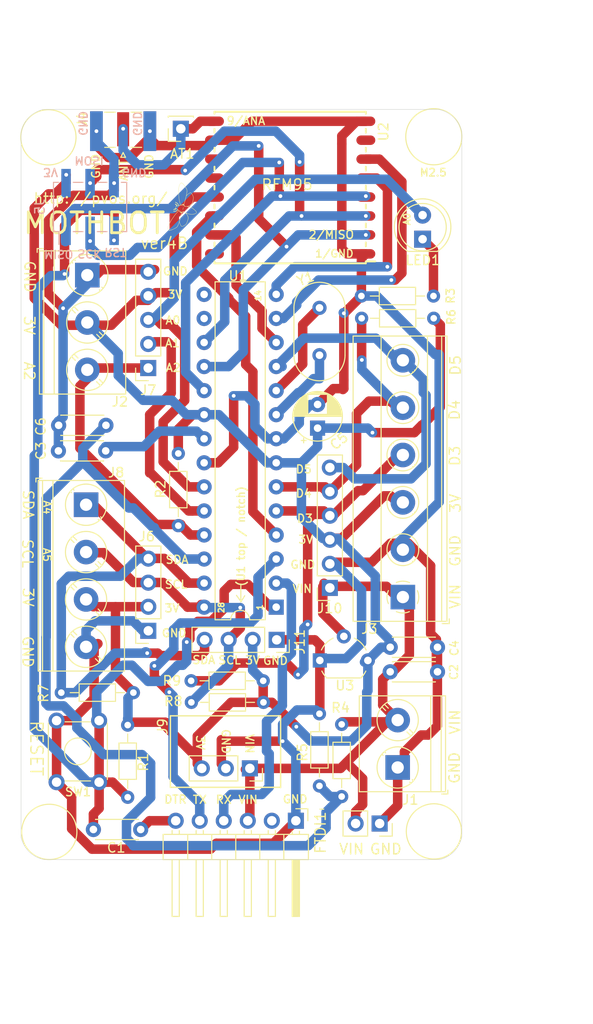
<source format=kicad_pcb>
(kicad_pcb (version 20171130) (host pcbnew 5.0.2-bee76a0~70~ubuntu18.04.1)
  (layers (0 F.Cu signal) (31 B.Cu signal) (34 B.Paste user) (35 F.Paste user) (36 B.SilkS user) (37 F.SilkS user) (38 B.Mask user) (39 F.Mask user) (44 Edge.Cuts user))
  (net 0 "")
  (net 1 "Net-(AT1-Pad1)")
  (net 2 "Net-(C1-Pad2)")
  (net 3 RST)
  (net 4 GND)
  (net 5 VIN)
  (net 6 "Net-(C3-Pad1)")
  (net 7 VCC)
  (net 8 A3)
  (net 9 D5)
  (net 10 TX0)
  (net 11 RX0)
  (net 12 A0)
  (net 13 D4)
  (net 14 D3)
  (net 15 MOSI)
  (net 16 SCK)
  (net 17 MISO)
  (net 18 A4)
  (net 19 A5)
  (net 20 A1)
  (net 21 A2)
  (net 22 D8)
  (net 23 D7)
  (net 24 D6)
  (net 25 "Net-(U1-Pad10)")
  (net 26 "Net-(U1-Pad9)")
  (net 27 D2)
  (net 28 "Net-(LED1-Pad1)")
  (module Connector_PinSocket_2.54mm:PinSocket_1x02_P2.54mm_Vertical (layer F.Cu) (at -93.566 73.719 270)
    (fp_text reference J12 hide)
    (fp_text value Conn_01x02_Female)
    (pad 2 thru_hole oval (at 0 2.54 270) (size 1.7 1.7) (drill 1) (layers *.Cu *.Mask) (net 5 VIN))
    (pad 1 thru_hole rect (at 0 0 270) (size 1.7 1.7) (drill 1) (layers *.Cu *.Mask) (net 4 GND))
  )
  (module Connector_PinSocket_2.54mm:PinSocket_1x04_P2.54mm_Vertical (layer F.Cu) (at -104.45 54.325 270)
    (fp_text reference J11 (at 0.205 -2.45 270) (layer F.SilkS))
    (fp_text value Conn_01x04_Female)
    (pad 1 thru_hole rect (at 0 0 270) (size 1.7 1.7) (drill 1) (layers *.Cu *.Mask) (net 4 GND))
    (pad 2 thru_hole oval (at 0 2.54 270) (size 1.7 1.7) (drill 1) (layers *.Cu *.Mask) (net 7 VCC))
    (pad 3 thru_hole oval (at 0 5.08 270) (size 1.7 1.7) (drill 1) (layers *.Cu *.Mask) (net 19 A5))
    (pad 4 thru_hole oval (at 0 7.62 270) (size 1.7 1.7) (drill 1) (layers *.Cu *.Mask) (net 18 A4))
  )
  (module Connector_PinSocket_2.54mm:PinSocket_1x06_P2.54mm_Vertical (layer F.Cu) (at -98.83 48.84 180)
    (fp_text reference J10 (at 0.005 -2.16) (layer F.SilkS))
    (fp_text value Conn_01x06_Female)
    (pad 6 thru_hole oval (at 0 12.7 180) (size 1.7 1.7) (drill 1) (layers *.Cu *.Mask) (net 9 D5))
    (pad 5 thru_hole oval (at 0 10.16 180) (size 1.7 1.7) (drill 1) (layers *.Cu *.Mask) (net 13 D4))
    (pad 4 thru_hole oval (at 0 7.62 180) (size 1.7 1.7) (drill 1) (layers *.Cu *.Mask) (net 14 D3))
    (pad 3 thru_hole oval (at 0 5.08 180) (size 1.7 1.7) (drill 1) (layers *.Cu *.Mask) (net 7 VCC))
    (pad 2 thru_hole oval (at 0 2.54 180) (size 1.7 1.7) (drill 1) (layers *.Cu *.Mask) (net 4 GND))
    (pad 1 thru_hole rect (at 0 0 180) (size 1.7 1.7) (drill 1) (layers *.Cu *.Mask) (net 5 VIN))
  )
  (module TerminalBlock_Phoenix:TerminalBlock_Phoenix_MKDS-1,5-6_1x06_P5.00mm_Horizontal (layer F.Cu) (at -91.11 49.81 90)
    (fp_text reference J3 (at -3.37 -3.54 180) (layer F.SilkS))
    (fp_text value Screw_Terminal_01x06)
    (pad 6 thru_hole circle (at 25 0 90) (size 2.6 2.6) (drill 1.3) (layers *.Cu *.Mask) (net 9 D5))
    (pad 5 thru_hole circle (at 20 0 90) (size 2.6 2.6) (drill 1.3) (layers *.Cu *.Mask) (net 13 D4))
    (pad 4 thru_hole circle (at 15 0 90) (size 2.6 2.6) (drill 1.3) (layers *.Cu *.Mask) (net 14 D3))
    (pad 3 thru_hole circle (at 10 0 90) (size 2.6 2.6) (drill 1.3) (layers *.Cu *.Mask) (net 7 VCC))
    (pad 2 thru_hole circle (at 5 0 90) (size 2.6 2.6) (drill 1.3) (layers *.Cu *.Mask) (net 4 GND))
    (pad 1 thru_hole rect (at 0 0 90) (size 2.6 2.6) (drill 1.3) (layers *.Cu *.Mask) (net 5 VIN))
  )
  (module Crystal:Resonator-2Pin_W10.0mm_H5.0mm (layer F.Cu) (at -99.925 24.275 90)
    (fp_text reference Y1 (at 8.075 -1.475 20) (layer F.SilkS))
    (fp_text value Crystal)
    (pad 2 thru_hole circle (at 5 0 90) (size 1.5 1.5) (drill 0.8) (layers *.Cu *.Mask) (net 25 "Net-(U1-Pad10)"))
    (pad 1 thru_hole circle (at 0 0 90) (size 1.5 1.5) (drill 0.8) (layers *.Cu *.Mask) (net 26 "Net-(U1-Pad9)"))
  )
  (module Connector_PinSocket_2.54mm:PinSocket_1x05_P2.54mm_Vertical (layer F.Cu) (at -118.03 25.63 180)
    (fp_text reference J7 (at 0 -2.33) (layer F.SilkS))
    (fp_text value Conn_01x05_Female)
    (pad 5 thru_hole oval (at 0 10.16 180) (size 1.7 1.7) (drill 1) (layers *.Cu *.Mask) (net 4 GND))
    (pad 4 thru_hole oval (at 0 7.62 180) (size 1.7 1.7) (drill 1) (layers *.Cu *.Mask) (net 7 VCC))
    (pad 3 thru_hole oval (at 0 5.08 180) (size 1.7 1.7) (drill 1) (layers *.Cu *.Mask) (net 12 A0))
    (pad 2 thru_hole oval (at 0 2.54 180) (size 1.7 1.7) (drill 1) (layers *.Cu *.Mask) (net 20 A1))
    (pad 1 thru_hole rect (at 0 0 180) (size 1.7 1.7) (drill 1) (layers *.Cu *.Mask) (net 21 A2))
  )
  (module Resistor_THT:R_Axial_DIN0204_L3.6mm_D1.6mm_P7.62mm_Horizontal (layer F.Cu) (at -105.875 58.65 180)
    (fp_text reference R9 (at 9.65 0) (layer F.SilkS))
    (fp_text value 10K)
    (pad 2 thru_hole oval (at 7.62 0 180) (size 1.4 1.4) (drill 0.7) (layers *.Cu *.Mask) (net 14 D3))
    (pad 1 thru_hole circle (at 0 0 180) (size 1.4 1.4) (drill 0.7) (layers *.Cu *.Mask) (net 7 VCC))
  )
  (module Capacitor_THT:C_Disc_D4.3mm_W1.9mm_P5.00mm (layer F.Cu) (at -122.525 34.375 180)
    (fp_text reference C3 (at 6.85 0 270) (layer F.SilkS))
    (fp_text value 0.1u)
    (pad 2 thru_hole circle (at 5 0 180) (size 1.6 1.6) (drill 0.8) (layers *.Cu *.Mask) (net 4 GND))
    (pad 1 thru_hole circle (at 0 0 180) (size 1.6 1.6) (drill 0.8) (layers *.Cu *.Mask) (net 6 "Net-(C3-Pad1)"))
  )
  (module MountingHole:MountingHole_2.7mm_M2.5 (layer F.Cu) (at -87.8 1.225 180)
    (fp_text reference H4 hide)
    (fp_text value MountingHole)
    (pad 1 np_thru_hole circle (at 0 0 180) (size 2.7 2.7) (drill 2.7) (layers *.Cu *.Mask))
  )
  (module MountingHole:MountingHole_2.7mm_M2.5 (layer F.Cu) (at -128.525 74.6 180)
    (fp_text reference H3 hide)
    (fp_text value MountingHole)
    (pad 1 np_thru_hole circle (at 0 0 180) (size 2.7 2.7) (drill 2.7) (layers *.Cu *.Mask))
  )
  (module Resistor_THT:R_Axial_DIN0204_L3.6mm_D1.6mm_P7.62mm_Horizontal (layer F.Cu) (at -105.85 60.925 180)
    (fp_text reference R8 (at 9.525 0.125) (layer F.SilkS))
    (fp_text value R)
    (pad 2 thru_hole oval (at 7.62 0 180) (size 1.4 1.4) (drill 0.7) (layers *.Cu *.Mask) (net 19 A5))
    (pad 1 thru_hole circle (at 0 0 180) (size 1.4 1.4) (drill 0.7) (layers *.Cu *.Mask) (net 7 VCC))
  )
  (module Resistor_THT:R_Axial_DIN0204_L3.6mm_D1.6mm_P7.62mm_Horizontal (layer F.Cu) (at -119.6 59.9 180)
    (fp_text reference R7 (at 9.503 -0.072 90) (layer F.SilkS))
    (fp_text value R)
    (pad 2 thru_hole oval (at 7.62 0 180) (size 1.4 1.4) (drill 0.7) (layers *.Cu *.Mask) (net 18 A4))
    (pad 1 thru_hole circle (at 0 0 180) (size 1.4 1.4) (drill 0.7) (layers *.Cu *.Mask) (net 7 VCC))
  )
  (module Resistor_THT:R_Axial_DIN0204_L3.6mm_D1.6mm_P7.62mm_Horizontal (layer F.Cu) (at -87.875 18.025 180)
    (fp_text reference R6 (at -1.875 -2.225 270) (layer F.SilkS) (effects (font (size 0.85 0.85))))
    (fp_text value 300R)
    (pad 1 thru_hole circle (at 0 0 180) (size 1.4 1.4) (drill 0.7) (layers *.Cu *.Mask) (net 28 "Net-(LED1-Pad1)"))
    (pad 2 thru_hole oval (at 7.62 0 180) (size 1.4 1.4) (drill 0.7) (layers *.Cu *.Mask) (net 4 GND))
  )
  (module Resistor_THT:R_Axial_DIN0204_L3.6mm_D1.6mm_P7.62mm_Horizontal (layer F.Cu) (at -99.93 69.75 90)
    (fp_text reference R5 (at 3.54 -1.8 270) (layer F.SilkS))
    (fp_text value 10M)
    (pad 2 thru_hole oval (at 7.62 0 90) (size 1.4 1.4) (drill 0.7) (layers *.Cu *.Mask) (net 4 GND))
    (pad 1 thru_hole circle (at 0 0 90) (size 1.4 1.4) (drill 0.7) (layers *.Cu *.Mask) (net 8 A3))
  )
  (module Resistor_THT:R_Axial_DIN0204_L3.6mm_D1.6mm_P7.62mm_Horizontal (layer F.Cu) (at -97.58 63.25 270)
    (fp_text reference R4 (at -1.757 0.123 180) (layer F.SilkS))
    (fp_text value 10M)
    (pad 2 thru_hole oval (at 7.62 0 270) (size 1.4 1.4) (drill 0.7) (layers *.Cu *.Mask) (net 8 A3))
    (pad 1 thru_hole circle (at 0 0 270) (size 1.4 1.4) (drill 0.7) (layers *.Cu *.Mask) (net 5 VIN))
  )
  (module Resistor_THT:R_Axial_DIN0204_L3.6mm_D1.6mm_P7.62mm_Horizontal (layer F.Cu) (at -87.85 20.375 180)
    (fp_text reference R3 (at -1.775 2.375 90) (layer F.SilkS) (effects (font (size 0.85 0.85))))
    (fp_text value 10K)
    (pad 1 thru_hole circle (at 0 0 180) (size 1.4 1.4) (drill 0.7) (layers *.Cu *.Mask) (net 7 VCC))
    (pad 2 thru_hole oval (at 7.62 0 180) (size 1.4 1.4) (drill 0.7) (layers *.Cu *.Mask) (net 13 D4))
  )
  (module Resistor_THT:R_Axial_DIN0204_L3.6mm_D1.6mm_P7.62mm_Horizontal (layer F.Cu) (at -114.85 34.65 270)
    (fp_text reference R2 (at 3.76 1.87 90) (layer F.SilkS))
    (fp_text value 10K)
    (pad 2 thru_hole oval (at 7.62 0 270) (size 1.4 1.4) (drill 0.7) (layers *.Cu *.Mask) (net 21 A2))
    (pad 1 thru_hole circle (at 0 0 270) (size 1.4 1.4) (drill 0.7) (layers *.Cu *.Mask) (net 7 VCC))
  )
  (module Resistor_THT:R_Axial_DIN0204_L3.6mm_D1.6mm_P7.62mm_Horizontal (layer F.Cu) (at -120.2 63.325 270)
    (fp_text reference R1 (at 3.928 -1.647 90) (layer F.SilkS))
    (fp_text value 10K)
    (pad 2 thru_hole oval (at 7.62 0 270) (size 1.4 1.4) (drill 0.7) (layers *.Cu *.Mask) (net 3 RST))
    (pad 1 thru_hole circle (at 0 0 270) (size 1.4 1.4) (drill 0.7) (layers *.Cu *.Mask) (net 7 VCC))
  )
  (module Capacitor_THT:C_Disc_D4.3mm_W1.9mm_P5.00mm (layer F.Cu) (at -122.5 31.675 180)
    (fp_text reference C6 (at 6.89 -0.125 270) (layer F.SilkS))
    (fp_text value 0.1uF)
    (pad 2 thru_hole circle (at 5 0 180) (size 1.6 1.6) (drill 0.8) (layers *.Cu *.Mask) (net 4 GND))
    (pad 1 thru_hole circle (at 0 0 180) (size 1.6 1.6) (drill 0.8) (layers *.Cu *.Mask) (net 8 A3))
  )
  (module Capacitor_THT:C_Disc_D4.3mm_W1.9mm_P5.00mm (layer F.Cu) (at -92.45 55.11)
    (fp_text reference C4 (at 6.78 0.09 90) (layer F.SilkS) (effects (font (size 0.85 0.85))))
    (fp_text value 0.1u)
    (pad 2 thru_hole circle (at 5 0) (size 1.6 1.6) (drill 0.8) (layers *.Cu *.Mask) (net 4 GND))
    (pad 1 thru_hole circle (at 0 0) (size 1.6 1.6) (drill 0.8) (layers *.Cu *.Mask) (net 7 VCC))
  )
  (module Capacitor_THT:C_Disc_D4.3mm_W1.9mm_P5.00mm (layer F.Cu) (at -92.45 57.7)
    (fp_text reference C2 (at 6.73 0.03 90) (layer F.SilkS) (effects (font (size 0.85 0.85))))
    (fp_text value 0.1u)
    (pad 2 thru_hole circle (at 5 0) (size 1.6 1.6) (drill 0.8) (layers *.Cu *.Mask) (net 4 GND))
    (pad 1 thru_hole circle (at 0 0) (size 1.6 1.6) (drill 0.8) (layers *.Cu *.Mask) (net 5 VIN))
  )
  (module Capacitor_THT:C_Disc_D4.3mm_W1.9mm_P5.00mm (layer F.Cu) (at -123.825 74.35)
    (fp_text reference C1 (at 2.416 1.918) (layer F.SilkS))
    (fp_text value 0.1u)
    (pad 2 thru_hole circle (at 5 0) (size 1.6 1.6) (drill 0.8) (layers *.Cu *.Mask) (net 2 "Net-(C1-Pad2)"))
    (pad 1 thru_hole circle (at 0 0) (size 1.6 1.6) (drill 0.8) (layers *.Cu *.Mask) (net 3 RST))
  )
  (module LED_THT:LED_D5.0mm (layer F.Cu) (at -89.025 12.025 90)
    (fp_text reference LED1 (at -2.225 0.025) (layer F.SilkS))
    (fp_text value LED)
    (pad 1 thru_hole rect (at 0 0 90) (size 1.8 1.8) (drill 0.9) (layers *.Cu *.Mask) (net 28 "Net-(LED1-Pad1)"))
    (pad 2 thru_hole circle (at 2.54 0 90) (size 1.8 1.8) (drill 0.9) (layers *.Cu *.Mask) (net 12 A0))
  )
  (module Package_TO_SOT_THT:TO-92_Wide (layer F.Cu) (at -99.89 56.5)
    (fp_text reference U3 (at 2.65 2.65) (layer F.SilkS))
    (fp_text value MCP1700-3302E_TO92)
    (pad 1 thru_hole rect (at 0 0 90) (size 1.5 1.5) (drill 0.8) (layers *.Cu *.Mask) (net 4 GND))
    (pad 3 thru_hole circle (at 5.08 0 90) (size 1.5 1.5) (drill 0.8) (layers *.Cu *.Mask) (net 7 VCC))
    (pad 2 thru_hole circle (at 2.54 -2.54 90) (size 1.5 1.5) (drill 0.8) (layers *.Cu *.Mask) (net 5 VIN))
  )
  (module footprints:RFM95 (layer F.Cu) (at -95.026 13.575 180)
    (fp_text reference U2 (at -1.866 12.895 270) (layer F.SilkS))
    (fp_text value RFM95W-915S2)
    (pad 16 smd oval (at 16 0 180) (size 2 1) (layers F.Cu F.Paste F.Mask))
    (pad 15 smd oval (at 16 2 180) (size 2 1) (layers F.Cu F.Paste F.Mask) (net 24 D6))
    (pad 14 smd oval (at 16 4 180) (size 2 1) (layers F.Cu F.Paste F.Mask) (net 27 D2))
    (pad 13 smd oval (at 16 6 180) (size 2 1) (layers F.Cu F.Paste F.Mask) (net 7 VCC))
    (pad 12 smd oval (at 16 8 180) (size 2 1) (layers F.Cu F.Paste F.Mask))
    (pad 11 smd oval (at 16 10 180) (size 2 1) (layers F.Cu F.Paste F.Mask))
    (pad 10 smd oval (at 16 12 180) (size 2 1) (layers F.Cu F.Paste F.Mask) (net 4 GND))
    (pad 9 smd oval (at 16 14 180) (size 2 1) (layers F.Cu F.Paste F.Mask) (net 1 "Net-(AT1-Pad1)"))
    (pad 8 smd oval (at 0 14 180) (size 2 1) (layers F.Cu F.Paste F.Mask) (net 4 GND))
    (pad 7 smd oval (at 0 12 180) (size 2 1) (layers F.Cu F.Paste F.Mask))
    (pad 6 smd oval (at 0 10 180) (size 2 1) (layers F.Cu F.Paste F.Mask) (net 23 D7))
    (pad 5 smd oval (at 0 8 180) (size 2 1) (layers F.Cu F.Paste F.Mask) (net 22 D8))
    (pad 4 smd oval (at 0 6 180) (size 2 1) (layers F.Cu F.Paste F.Mask) (net 16 SCK))
    (pad 3 smd oval (at 0 4 180) (size 2 1) (layers F.Cu F.Paste F.Mask) (net 15 MOSI))
    (pad 2 smd oval (at 0 2 180) (size 2 1) (layers F.Cu F.Paste F.Mask) (net 17 MISO))
    (pad 1 smd oval (at 0 0 180) (size 2 1) (layers F.Cu F.Paste F.Mask) (net 4 GND))
  )
  (module Package_DIP:DIP-28_W7.62mm (layer F.Cu) (at -104.5 50.875 180)
    (fp_text reference U1 (at 4.03 34.975) (layer F.SilkS))
    (fp_text value ATmega328P-PU-C)
    (pad 28 thru_hole oval (at 7.62 0 180) (size 1.6 1.6) (drill 0.8) (layers *.Cu *.Mask) (net 19 A5))
    (pad 14 thru_hole oval (at 0 33.02 180) (size 1.6 1.6) (drill 0.8) (layers *.Cu *.Mask) (net 22 D8))
    (pad 27 thru_hole oval (at 7.62 2.54 180) (size 1.6 1.6) (drill 0.8) (layers *.Cu *.Mask) (net 18 A4))
    (pad 13 thru_hole oval (at 0 30.48 180) (size 1.6 1.6) (drill 0.8) (layers *.Cu *.Mask) (net 23 D7))
    (pad 26 thru_hole oval (at 7.62 5.08 180) (size 1.6 1.6) (drill 0.8) (layers *.Cu *.Mask) (net 8 A3))
    (pad 12 thru_hole oval (at 0 27.94 180) (size 1.6 1.6) (drill 0.8) (layers *.Cu *.Mask) (net 24 D6))
    (pad 25 thru_hole oval (at 7.62 7.62 180) (size 1.6 1.6) (drill 0.8) (layers *.Cu *.Mask) (net 21 A2))
    (pad 11 thru_hole oval (at 0 25.4 180) (size 1.6 1.6) (drill 0.8) (layers *.Cu *.Mask) (net 9 D5))
    (pad 24 thru_hole oval (at 7.62 10.16 180) (size 1.6 1.6) (drill 0.8) (layers *.Cu *.Mask) (net 20 A1))
    (pad 10 thru_hole oval (at 0 22.86 180) (size 1.6 1.6) (drill 0.8) (layers *.Cu *.Mask) (net 25 "Net-(U1-Pad10)"))
    (pad 23 thru_hole oval (at 7.62 12.7 180) (size 1.6 1.6) (drill 0.8) (layers *.Cu *.Mask) (net 12 A0))
    (pad 9 thru_hole oval (at 0 20.32 180) (size 1.6 1.6) (drill 0.8) (layers *.Cu *.Mask) (net 26 "Net-(U1-Pad9)"))
    (pad 22 thru_hole oval (at 7.62 15.24 180) (size 1.6 1.6) (drill 0.8) (layers *.Cu *.Mask) (net 4 GND))
    (pad 8 thru_hole oval (at 0 17.78 180) (size 1.6 1.6) (drill 0.8) (layers *.Cu *.Mask) (net 4 GND))
    (pad 21 thru_hole oval (at 7.62 17.78 180) (size 1.6 1.6) (drill 0.8) (layers *.Cu *.Mask) (net 6 "Net-(C3-Pad1)"))
    (pad 7 thru_hole oval (at 0 15.24 180) (size 1.6 1.6) (drill 0.8) (layers *.Cu *.Mask) (net 7 VCC))
    (pad 20 thru_hole oval (at 7.62 20.32 180) (size 1.6 1.6) (drill 0.8) (layers *.Cu *.Mask) (net 7 VCC))
    (pad 6 thru_hole oval (at 0 12.7 180) (size 1.6 1.6) (drill 0.8) (layers *.Cu *.Mask) (net 13 D4))
    (pad 19 thru_hole oval (at 7.62 22.86 180) (size 1.6 1.6) (drill 0.8) (layers *.Cu *.Mask) (net 16 SCK))
    (pad 5 thru_hole oval (at 0 10.16 180) (size 1.6 1.6) (drill 0.8) (layers *.Cu *.Mask) (net 14 D3))
    (pad 18 thru_hole oval (at 7.62 25.4 180) (size 1.6 1.6) (drill 0.8) (layers *.Cu *.Mask) (net 17 MISO))
    (pad 4 thru_hole oval (at 0 7.62 180) (size 1.6 1.6) (drill 0.8) (layers *.Cu *.Mask) (net 27 D2))
    (pad 17 thru_hole oval (at 7.62 27.94 180) (size 1.6 1.6) (drill 0.8) (layers *.Cu *.Mask) (net 15 MOSI))
    (pad 3 thru_hole oval (at 0 5.08 180) (size 1.6 1.6) (drill 0.8) (layers *.Cu *.Mask) (net 10 TX0))
    (pad 16 thru_hole oval (at 7.62 30.48 180) (size 1.6 1.6) (drill 0.8) (layers *.Cu *.Mask))
    (pad 2 thru_hole oval (at 0 2.54 180) (size 1.6 1.6) (drill 0.8) (layers *.Cu *.Mask) (net 11 RX0))
    (pad 15 thru_hole oval (at 7.62 33.02 180) (size 1.6 1.6) (drill 0.8) (layers *.Cu *.Mask))
    (pad 1 thru_hole rect (at 0 0 180) (size 1.6 1.6) (drill 0.8) (layers *.Cu *.Mask) (net 3 RST))
  )
  (module Button_Switch_THT:SW_TH_Tactile_Omron_B3F-10xx (layer F.Cu) (at -123.22 62.851 270)
    (fp_text reference SW1 (at 7.524 2.23 180) (layer F.SilkS) (effects (font (size 0.9 0.9))))
    (fp_text value SW_Push_Dual)
    (pad 1 thru_hole circle (at 0 0 270) (size 1.7 1.7) (drill 1) (layers *.Cu *.Mask) (net 3 RST))
    (pad 2 thru_hole circle (at 6.5 0 270) (size 1.7 1.7) (drill 1) (layers *.Cu *.Mask) (net 3 RST))
    (pad 3 thru_hole circle (at 0 4.5 270) (size 1.7 1.7) (drill 1) (layers *.Cu *.Mask) (net 4 GND))
    (pad 4 thru_hole circle (at 6.5 4.5 270) (size 1.7 1.7) (drill 1) (layers *.Cu *.Mask) (net 4 GND))
  )
  (module Connector_PinSocket_2.54mm:PinSocket_1x03_P2.54mm_Vertical (layer F.Cu) (at -107.286 67.897 270)
    (fp_text reference J9 (at -4.427 9.224 270) (layer F.SilkS))
    (fp_text value Conn_01x03_Female)
    (pad 1 thru_hole rect (at 0 0 270) (size 1.7 1.7) (drill 1) (layers *.Cu *.Mask) (net 5 VIN))
    (pad 2 thru_hole oval (at 0 2.54 270) (size 1.7 1.7) (drill 1) (layers *.Cu *.Mask) (net 4 GND))
    (pad 3 thru_hole oval (at 0 5.08 270) (size 1.7 1.7) (drill 1) (layers *.Cu *.Mask) (net 7 VCC))
  )
  (module TerminalBlock_Phoenix:TerminalBlock_Phoenix_PT-1,5-4-5.0-H_1x04_P5.00mm_Horizontal (layer F.Cu) (at -124.6 40.06 270)
    (fp_text reference J8 (at -3.39 -3.18) (layer F.SilkS))
    (fp_text value Screw_Terminal_01x04)
    (pad 4 thru_hole circle (at 15 0 270) (size 2.6 2.6) (drill 1.3) (layers *.Cu *.Mask) (net 4 GND))
    (pad 3 thru_hole circle (at 10 0 270) (size 2.6 2.6) (drill 1.3) (layers *.Cu *.Mask) (net 7 VCC))
    (pad 2 thru_hole circle (at 5 0 270) (size 2.6 2.6) (drill 1.3) (layers *.Cu *.Mask) (net 19 A5))
    (pad 1 thru_hole rect (at 0 0 270) (size 2.6 2.6) (drill 1.3) (layers *.Cu *.Mask) (net 18 A4))
  )
  (module Connector_PinSocket_2.54mm:PinSocket_1x04_P2.54mm_Vertical (layer F.Cu) (at -118.02 53.37 180)
    (fp_text reference J6 (at 0.16 9.95) (layer F.SilkS))
    (fp_text value Conn_01x04_Female)
    (pad 4 thru_hole oval (at 0 7.62 180) (size 1.7 1.7) (drill 1) (layers *.Cu *.Mask) (net 18 A4))
    (pad 3 thru_hole oval (at 0 5.08 180) (size 1.7 1.7) (drill 1) (layers *.Cu *.Mask) (net 19 A5))
    (pad 2 thru_hole oval (at 0 2.54 180) (size 1.7 1.7) (drill 1) (layers *.Cu *.Mask) (net 7 VCC))
    (pad 1 thru_hole rect (at 0 0 180) (size 1.7 1.7) (drill 1) (layers *.Cu *.Mask) (net 4 GND))
  )
  (module Connector_PinSocket_2.54mm:PinSocket_2x03_P2.54mm_Vertical_SMD (layer B.Cu) (at -124.175 8.625 270)
    (fp_text reference J5 (at 0 5.31 90) (layer B.SilkS) (effects (justify mirror)))
    (fp_text value Conn_02x03_Odd_Even)
    (pad 1 smd rect (at 2.52 2.54 270) (size 3 1) (layers B.Cu B.Paste B.Mask) (net 17 MISO))
    (pad 2 smd rect (at -2.52 2.54 270) (size 3 1) (layers B.Cu B.Paste B.Mask) (net 7 VCC))
    (pad 3 smd rect (at 2.52 0 270) (size 3 1) (layers B.Cu B.Paste B.Mask) (net 16 SCK))
    (pad 4 smd rect (at -2.52 0 270) (size 3 1) (layers B.Cu B.Paste B.Mask) (net 15 MOSI))
    (pad 5 smd rect (at 2.52 -2.54 270) (size 3 1) (layers B.Cu B.Paste B.Mask) (net 3 RST))
    (pad 6 smd rect (at -2.52 -2.54 270) (size 3 1) (layers B.Cu B.Paste B.Mask) (net 4 GND))
  )
  (module Connector_Coaxial:SMA_Samtec_SMA-J-P-X-ST-EM1_EdgeMount (layer F.Cu) (at -120.68 0.621 180)
    (fp_text reference J4 (at 4.31 1.241 90) (layer F.SilkS))
    (fp_text value Conn_Coaxial)
    (pad 1 smd rect (at 0 0.2 180) (size 1.27 3.6) (layers F.Cu F.Paste F.Mask) (net 1 "Net-(AT1-Pad1)"))
    (pad 2 smd rect (at 2.825 0 180) (size 1.35 4.2) (layers F.Cu F.Paste F.Mask) (net 4 GND))
    (pad 2 smd rect (at -2.825 0 180) (size 1.35 4.2) (layers F.Cu F.Paste F.Mask) (net 4 GND))
    (pad 2 smd rect (at 2.825 0 180) (size 1.35 4.2) (layers B.Cu B.Paste B.Mask) (net 4 GND))
    (pad 2 smd rect (at -2.825 0 180) (size 1.35 4.2) (layers B.Cu B.Paste B.Mask) (net 4 GND))
  )
  (module TerminalBlock_Phoenix:TerminalBlock_Phoenix_PT-1,5-3-5.0-H_1x03_P5.00mm_Horizontal (layer F.Cu) (at -124.47 15.82 270)
    (fp_text reference J2 (at 13.365 -3.45 180) (layer F.SilkS))
    (fp_text value Screw_Terminal_01x03)
    (pad 3 thru_hole circle (at 10 0 270) (size 2.6 2.6) (drill 1.3) (layers *.Cu *.Mask) (net 21 A2))
    (pad 2 thru_hole circle (at 5 0 270) (size 2.6 2.6) (drill 1.3) (layers *.Cu *.Mask) (net 7 VCC))
    (pad 1 thru_hole rect (at 0 0 270) (size 2.6 2.6) (drill 1.3) (layers *.Cu *.Mask) (net 4 GND))
  )
  (module TerminalBlock_Phoenix:TerminalBlock_Phoenix_PT-1,5-2-5.0-H_1x02_P5.00mm_Horizontal (layer F.Cu) (at -91.66 67.8 90)
    (fp_text reference J1 (at -3.42 1.34) (layer F.SilkS))
    (fp_text value Screw_Terminal_01x02)
    (pad 1 thru_hole rect (at 0 0 90) (size 2.6 2.6) (drill 1.3) (layers *.Cu *.Mask) (net 4 GND))
    (pad 2 thru_hole circle (at 5 0 90) (size 2.6 2.6) (drill 1.3) (layers *.Cu *.Mask) (net 5 VIN))
  )
  (module MountingHole:MountingHole_2.7mm_M2.5 (layer F.Cu) (at -128.55 1.225 180)
    (fp_text reference H2 hide)
    (fp_text value MountingHole)
    (pad 1 np_thru_hole circle (at 0 0 180) (size 2.7 2.7) (drill 2.7) (layers *.Cu *.Mask))
  )
  (module MountingHole:MountingHole_2.7mm_M2.5 (layer F.Cu) (at -87.8 74.6 180)
    (fp_text reference H1 hide)
    (fp_text value MountingHole)
    (pad 1 np_thru_hole circle (at 0 0 180) (size 2.7 2.7) (drill 2.7) (layers *.Cu *.Mask))
  )
  (module Connector_PinHeader_2.54mm:PinHeader_1x06_P2.54mm_Horizontal (layer F.Cu) (at -102.425 73.425 270)
    (fp_text reference FTDI1 (at 1.251 -2.603 270) (layer F.SilkS) (effects (font (size 1.1 1.1))))
    (fp_text value Conn_01x06_Male)
    (pad 1 thru_hole rect (at 0 0 270) (size 1.7 1.7) (drill 1) (layers *.Cu *.Mask) (net 4 GND))
    (pad 2 thru_hole oval (at 0 2.54 270) (size 1.7 1.7) (drill 1) (layers *.Cu *.Mask))
    (pad 3 thru_hole oval (at 0 5.08 270) (size 1.7 1.7) (drill 1) (layers *.Cu *.Mask) (net 5 VIN))
    (pad 4 thru_hole oval (at 0 7.62 270) (size 1.7 1.7) (drill 1) (layers *.Cu *.Mask) (net 11 RX0))
    (pad 5 thru_hole oval (at 0 10.16 270) (size 1.7 1.7) (drill 1) (layers *.Cu *.Mask) (net 10 TX0))
    (pad 6 thru_hole oval (at 0 12.7 270) (size 1.7 1.7) (drill 1) (layers *.Cu *.Mask) (net 2 "Net-(C1-Pad2)"))
  )
  (module Capacitor_THT:CP_Radial_D5.0mm_P2.50mm (layer F.Cu) (at -100.125 31.975 90)
    (fp_text reference C5 (at -1.385 2.265 220) (layer F.SilkS))
    (fp_text value 10u)
    (pad 1 thru_hole rect (at 0 0 90) (size 1.6 1.6) (drill 0.8) (layers *.Cu *.Mask) (net 7 VCC))
    (pad 2 thru_hole circle (at 2.5 0 90) (size 1.6 1.6) (drill 0.8) (layers *.Cu *.Mask) (net 4 GND))
  )
  (module Connector_PinSocket_2.54mm:PinSocket_1x01_P2.54mm_Vertical (layer F.Cu) (at -114.584 0.367 180)
    (fp_text reference AT1 (at -0.154 -2.643) (layer F.SilkS))
    (fp_text value Conn_01x01_Female)
    (pad 1 thru_hole rect (at 0 0 180) (size 1.7 1.7) (drill 1) (layers *.Cu *.Mask) (net 1 "Net-(AT1-Pad1)"))
  )
  (module footprints:moth4 (layer F.Cu) (at -114.1857 8.8646 75)
    (fp_text reference G*** hide)
    (fp_text value LOGO hide)
  )
  (gr_text A0 (at -90.678 9.906 90) (layer F.SilkS) (effects (font (size 0.7 0.7))))
  (gr_text 14 (at -106.41 17.98 90) (layer F.SilkS) (effects (font (size 0.6 0.6))))
  (gr_text 28 (at -110.3 50.92 90) (layer F.SilkS) (effects (font (size 0.6 0.6))))
  (gr_text 1 (at -106.23 50.89 90) (layer F.SilkS) (effects (font (size 0.6 0.6))))
  (gr_text A5 (at -128.73 45.35 270) (layer F.SilkS) (effects (font (size 0.8 0.8))))
  (gr_text A4 (at -128.69 40.35 270) (layer F.SilkS) (effects (font (size 0.8 0.8))))
  (gr_line (start -108.23 50.31) (end -107.83 49.67) (layer F.SilkS) (width 0.12))
  (gr_line (start -108.23 50.27) (end -108.7 49.63) (layer F.SilkS) (width 0.12))
  (gr_line (start -108.24 48.43) (end -108.24 50.23) (layer F.SilkS) (width 0.12))
  (gr_circle (center -87.83 74.55) (end -85.65 76.49) (layer F.SilkS) (width 0.12))
  (gr_circle (center -128.488218 74.6) (end -126.308218 76.54) (layer F.SilkS) (width 0.12))
  (gr_circle (center -128.58 1.27) (end -126.4 3.21) (layer F.SilkS) (width 0.12))
  (gr_circle (center -87.84 1.21) (end -85.5 3.03) (layer F.SilkS) (width 0.12))
  (gr_text "(U1 top / notch)" (at -108.22 43.39 90) (layer F.SilkS) (effects (font (size 0.8 0.8))))
  (gr_text D5 (at -85.55 25.34 90) (layer F.SilkS) (effects (font (size 1.1 1.1))))
  (gr_text GND (at -92.91 76.42) (layer F.SilkS) (effects (font (size 1.1 1.1))))
  (gr_text VIN (at -96.53 76.42) (layer F.SilkS) (effects (font (size 1.1 1.1))))
  (gr_text GND (at -104.575 56.525) (layer F.SilkS) (effects (font (size 0.85 0.85))))
  (gr_text 3V (at -107 56.475) (layer F.SilkS) (effects (font (size 0.85 0.85))))
  (gr_text SCL (at -109.425 56.475) (layer F.SilkS) (effects (font (size 0.85 0.85))))
  (gr_text SDA (at -112.15 56.45) (layer F.SilkS) (effects (font (size 0.85 0.85))))
  (gr_text D5 (at -101.59 36.315) (layer F.SilkS) (effects (font (size 0.85 0.85))))
  (gr_line (start -99.475 72.2) (end -99.875 72.2) (layer F.SilkS) (width 0.12))
  (gr_text SCL (at -130.79 45.22 270) (layer F.SilkS) (effects (font (size 1.1 1.1))))
  (gr_text SDA (at -130.72 40.05 270) (layer F.SilkS) (effects (font (size 1.1 1.1))))
  (gr_text A2 (at -115.39 25.6) (layer F.SilkS) (effects (font (size 0.85 0.85))))
  (gr_text A1 (at -115.46 23) (layer F.SilkS) (effects (font (size 0.85 0.85))))
  (gr_text http://pvos.org/ (at -123.07 7.72) (layer F.SilkS) (effects (font (size 1.1 1.1))))
  (gr_text M2.5 (at -87.9 4.99) (layer F.SilkS) (effects (font (size 0.8 0.8))))
  (gr_text ver4B (at -116.3193 12.4587) (layer F.SilkS) (effects (font (size 1.2 1.2))))
  (gr_text MOTHBOT (at -123.73 10.34) (layer F.SilkS) (effects (font (size 2.2 2.2) (thickness 0.3))))
  (gr_text RST (at -121.5 13.4 180) (layer B.SilkS) (effects (font (size 0.85 0.85)) (justify mirror)))
  (gr_text SCK (at -124.25 13.55 180) (layer B.SilkS) (effects (font (size 0.85 0.85)) (justify mirror)))
  (gr_text GND (at -119.2 -0.175 270) (layer B.SilkS) (effects (font (size 0.85 0.85)) (justify mirror)))
  (gr_text GND (at -124.95 -0.2 270) (layer B.SilkS) (effects (font (size 0.85 0.85)) (justify mirror)))
  (gr_text MISO (at -127.5 13.6 180) (layer B.SilkS) (effects (font (size 0.85 0.85)) (justify mirror)))
  (gr_text 3V (at -128.35 4.95 180) (layer B.SilkS) (effects (font (size 0.85 0.85)) (justify mirror)))
  (gr_text MOSI (at -124.275 3.725 180) (layer B.SilkS) (effects (font (size 0.85 0.85)) (justify mirror)))
  (gr_text GND (at -119.525 4.975 180) (layer B.SilkS) (effects (font (size 0.85 0.85)) (justify mirror)))
  (gr_text ANT (at -120.64 4.73 90) (layer F.SilkS) (effects (font (size 0.85 0.85))))
  (gr_text GND (at -123.56 4.32 90) (layer F.SilkS) (effects (font (size 0.85 0.85))))
  (gr_text GND (at -117.93 4.35 90) (layer F.SilkS) (effects (font (size 0.85 0.85))))
  (gr_text RFM95 (at -103.35 6.26) (layer F.SilkS) (effects (font (size 1.1 1.1))))
  (gr_text 9/ANA (at -107.7 -0.475) (layer F.SilkS) (effects (font (size 0.85 0.85))))
  (gr_text 2/MISO (at -98.675 11.55) (layer F.SilkS) (effects (font (size 0.85 0.85))))
  (gr_text 1/GND (at -98.35 13.55) (layer F.SilkS) (effects (font (size 0.8 0.8))))
  (gr_text A2 (at -130.6 25.95 270) (layer F.SilkS) (effects (font (size 1.1 1.1))))
  (gr_text 3V (at -130.6 21.125 270) (layer F.SilkS) (effects (font (size 1.1 1.1))))
  (gr_text GND (at -130.56 15.98 270) (layer F.SilkS) (effects (font (size 1.1 1.1))))
  (gr_text GND (at -115.17 15.41) (layer F.SilkS) (effects (font (size 0.85 0.85))))
  (gr_text A0 (at -115.42 20.59) (layer F.SilkS) (effects (font (size 0.85 0.85))))
  (gr_text 3V (at -115.2 17.86) (layer F.SilkS) (effects (font (size 0.85 0.85))))
  (gr_text SDA (at -114.98 45.86) (layer F.SilkS) (effects (font (size 0.85 0.85))))
  (gr_text SCL (at -115.09 48.48) (layer F.SilkS) (effects (font (size 0.85 0.85))))
  (gr_text GND (at -115.29 53.61) (layer F.SilkS) (effects (font (size 0.85 0.85))))
  (gr_text 3V (at -115.51 50.99) (layer F.SilkS) (effects (font (size 0.85 0.85))))
  (gr_text D4 (at -101.59 38.865) (layer F.SilkS) (effects (font (size 0.85 0.85))))
  (gr_text D3 (at -101.465 41.515) (layer F.SilkS) (effects (font (size 0.85 0.85))))
  (gr_text 3V (at -101.37 43.74) (layer F.SilkS) (effects (font (size 0.85 0.85))))
  (gr_text GND (at -101.69 46.39) (layer F.SilkS) (effects (font (size 0.85 0.85))))
  (gr_text VIN (at -101.75 48.93) (layer F.SilkS) (effects (font (size 0.85 0.85))))
  (gr_text RESET (at -129.84 65.78 270) (layer F.SilkS) (effects (font (size 1.3 1.3))))
  (gr_text GND (at -130.76 55.59 270) (layer F.SilkS) (effects (font (size 1.1 1.1))))
  (gr_text VIN (at -85.59 49.75 90) (layer F.SilkS) (effects (font (size 1.1 1.1))))
  (gr_text 3V (at -130.73 49.83 270) (layer F.SilkS) (effects (font (size 1.1 1.1))))
  (gr_text D4 (at -85.65 30.06 90) (layer F.SilkS) (effects (font (size 1.1 1.1))))
  (gr_text D3 (at -85.61 34.9 90) (layer F.SilkS) (effects (font (size 1.1 1.1))))
  (gr_text 3V (at -85.56 39.91 90) (layer F.SilkS) (effects (font (size 1.1 1.1))))
  (gr_text GND (at -85.58 44.92 90) (layer F.SilkS) (effects (font (size 1.1 1.1))))
  (gr_text GND (at -85.65 67.84 90) (layer F.SilkS) (effects (font (size 1.1 1.1))))
  (gr_text VIN (at -85.6 63 90) (layer F.SilkS) (effects (font (size 1.1 1.1))))
  (gr_text 3V (at -112.525 65.175 270) (layer F.SilkS) (effects (font (size 0.85 0.85))))
  (gr_text GND (at -109.825 65.05 270) (layer F.SilkS) (effects (font (size 0.85 0.85))))
  (gr_text VIN (at -107.325 65.3 270) (layer F.SilkS) (effects (font (size 0.85 0.85))))
  (gr_text DTR (at -115.15 71.175) (layer F.SilkS) (effects (font (size 0.85 0.85))))
  (gr_text TX (at -112.575 71.2) (layer F.SilkS) (effects (font (size 0.85 0.85))))
  (gr_text RX (at -110.05 71.2) (layer F.SilkS) (effects (font (size 0.85 0.85))))
  (gr_text VIN (at -107.475 71.2) (layer F.SilkS) (effects (font (size 0.85 0.85))))
  (gr_text GND (at -102.5 71.15) (layer F.SilkS) (effects (font (size 0.85 0.85))))
  (gr_arc (start -87.972777 74.450001) (end -87.222778 77.525) (angle -64.45097618) (layer Edge.Cuts) (width 0.05))
  (gr_arc (start -128.400001 74.425001) (end -131.475 75.175) (angle -64.45097618) (layer Edge.Cuts) (width 0.05))
  (gr_arc (start -128.377223 1.399999) (end -129.127222 -1.675) (angle -64.45097618) (layer Edge.Cuts) (width 0.05))
  (gr_arc (start -87.95 1.425) (end -84.875001 0.675001) (angle -64.45097618) (layer Edge.Cuts) (width 0.05))
  (gr_line (start -87.225 77.525) (end -129.05 77.525) (layer Edge.Cuts) (width 0.05))
  (gr_line (start -129.125 -1.675) (end -87.3 -1.675) (layer Edge.Cuts) (width 0.05))
  (gr_line (start -131.475 75.175) (end -131.475 0.75) (layer Edge.Cuts) (width 0.05))
  (gr_line (start -84.875 75.099535) (end -84.875 0.675) (layer Edge.Cuts) (width 0.05))
  (gr_line (start -112.386 69.897) (end -115.686 69.897) (layer F.SilkS) (width 0.15))
  (gr_line (start -104.036 62.347) (end -115.686 62.347) (layer F.SilkS) (width 0.15))
  (gr_line (start -115.686 62.347) (end -115.686 69.897) (layer F.SilkS) (width 0.15))
  (gr_line (start -104.036 69.922) (end -104.036 62.347) (layer F.SilkS) (width 0.15))
  (gr_line (start -112.361 69.897) (end -104.036 69.897) (layer F.SilkS) (width 0.15))
  (segment (start -114.584 0.367) (end -113.314 0.367) (width 1) (layer F.Cu) (net 1))
  (segment (start -112.522 -0.425) (end -111.026 -0.425) (width 1) (layer F.Cu) (net 1))
  (segment (start -113.314 0.367) (end -112.522 -0.425) (width 1) (layer F.Cu) (net 1))
  (via (at -120.68 0.367) (size 0.8) (drill 0.4) (layers F.Cu B.Cu) (net 1))
  (segment (start -120.68 0.421) (end -120.68 0.367) (width 1) (layer F.Cu) (net 1))
  (segment (start -120.68 0.367) (end -120.68 2.653) (width 1) (layer B.Cu) (net 1))
  (segment (start -120.68 2.653) (end -119.156 4.177) (width 1) (layer B.Cu) (net 1))
  (segment (start -119.156 4.177) (end -116.362 4.177) (width 1) (layer B.Cu) (net 1))
  (segment (start -114.584 2.399) (end -114.584 0.367) (width 1) (layer B.Cu) (net 1))
  (segment (start -116.362 4.177) (end -114.584 2.399) (width 1) (layer B.Cu) (net 1))
  (segment (start -115.285 73.265) (end -115.125 73.425) (width 1) (layer F.Cu) (net 2))
  (segment (start -117.9 73.425) (end -118.825 74.35) (width 1) (layer F.Cu) (net 2))
  (segment (start -115.125 73.425) (end -117.9 73.425) (width 1) (layer F.Cu) (net 2))
  (segment (start -104.5 50.875) (end -104.5 50.989) (width 1) (layer F.Cu) (net 3))
  (segment (start -123.22 69.351) (end -123.22 62.851) (width 1) (layer F.Cu) (net 3))
  (segment (start -122.966 69.605) (end -123.22 69.351) (width 1) (layer F.Cu) (net 3))
  (segment (start -124.422081 69.351) (end -130.078 63.695081) (width 1) (layer B.Cu) (net 3))
  (segment (start -123.22 69.351) (end -124.422081 69.351) (width 1) (layer B.Cu) (net 3))
  (segment (start -129.700001 34.533001) (end -129.700001 18.531001) (width 1) (layer B.Cu) (net 3))
  (segment (start -130.078 63.695081) (end -130.078 34.911) (width 1) (layer B.Cu) (net 3))
  (segment (start -130.078 34.911) (end -129.700001 34.533001) (width 1) (layer B.Cu) (net 3))
  (segment (start -129.700001 18.531001) (end -129.700001 17.600001) (width 1) (layer B.Cu) (net 3))
  (via (at -121.65 12.15) (size 0.8) (drill 0.4) (layers F.Cu B.Cu) (net 3))
  (segment (start -123.22 69.351) (end -123.22 72.12) (width 1) (layer F.Cu) (net 3))
  (segment (start -129.700001 17.600001) (end -129.700001 17.250001) (width 1) (layer B.Cu) (net 3))
  (segment (start -129.700001 17.250001) (end -128.325 15.875) (width 1) (layer B.Cu) (net 3))
  (via (at -126.875 15.7) (size 0.8) (drill 0.4) (layers F.Cu B.Cu) (net 3))
  (segment (start -128.325 15.875) (end -127.05 15.875) (width 1) (layer B.Cu) (net 3))
  (segment (start -127.05 15.875) (end -126.875 15.7) (width 1) (layer B.Cu) (net 3))
  (segment (start -121.794 69.351) (end -120.2 70.945) (width 1) (layer F.Cu) (net 3))
  (segment (start -123.22 69.351) (end -121.794 69.351) (width 1) (layer F.Cu) (net 3))
  (segment (start -123.825 72.725) (end -123.22 72.12) (width 1) (layer F.Cu) (net 3))
  (segment (start -123.825 74.35) (end -123.825 72.725) (width 1) (layer F.Cu) (net 3))
  (segment (start -111.375001 52.375001) (end -112.775001 52.375001) (width 1) (layer F.Cu) (net 3))
  (segment (start -112.775001 52.375001) (end -113.620001 53.220001) (width 1) (layer F.Cu) (net 3))
  (segment (start -111.375001 52.375001) (end -110 51) (width 1) (layer F.Cu) (net 3))
  (segment (start -110 51) (end -110 49.175) (width 1) (layer F.Cu) (net 3))
  (segment (start -110 49.175) (end -109.3 48.475) (width 1) (layer F.Cu) (net 3))
  (segment (start -109.3 48.475) (end -107.5 48.475) (width 1) (layer F.Cu) (net 3))
  (segment (start -105.1 50.875) (end -104.5 50.875) (width 1) (layer F.Cu) (net 3))
  (segment (start -107.5 48.475) (end -105.1 50.875) (width 1) (layer F.Cu) (net 3))
  (via (at -113.96 54.56) (size 0.8) (drill 0.4) (layers F.Cu B.Cu) (net 3))
  (segment (start -113.620001 53.220001) (end -113.620001 54.220001) (width 1) (layer F.Cu) (net 3))
  (segment (start -113.620001 54.220001) (end -113.96 54.56) (width 1) (layer F.Cu) (net 3))
  (segment (start -123.474 62.597) (end -123.22 62.851) (width 1) (layer B.Cu) (net 3))
  (segment (start -123.474 59.803) (end -123.474 62.597) (width 1) (layer B.Cu) (net 3))
  (segment (start -119.751 57.009) (end -120.68 57.009) (width 1) (layer B.Cu) (net 3))
  (segment (start -113.96 56.585) (end -114.384 57.009) (width 1) (layer B.Cu) (net 3))
  (segment (start -113.96 54.56) (end -113.96 56.585) (width 1) (layer B.Cu) (net 3))
  (segment (start -116.61 58.71) (end -118.05 58.71) (width 1) (layer B.Cu) (net 3))
  (segment (start -114.384 57.009) (end -114.909 57.009) (width 1) (layer B.Cu) (net 3))
  (segment (start -118.05 58.71) (end -119.751 57.009) (width 1) (layer B.Cu) (net 3))
  (segment (start -120.68 57.009) (end -123.474 59.803) (width 1) (layer B.Cu) (net 3))
  (segment (start -114.909 57.009) (end -116.61 58.71) (width 1) (layer B.Cu) (net 3))
  (segment (start -121.635 12.135) (end -121.65 12.15) (width 1) (layer F.Cu) (net 3))
  (segment (start -122.025 8.975) (end -121.635 9.365) (width 1) (layer F.Cu) (net 3))
  (segment (start -125.225 8.975) (end -122.025 8.975) (width 1) (layer F.Cu) (net 3))
  (segment (start -126.875 15.7) (end -126.875 10.625) (width 1) (layer F.Cu) (net 3))
  (segment (start -121.635 9.365) (end -121.635 12.135) (width 1) (layer F.Cu) (net 3))
  (segment (start -126.875 10.625) (end -125.225 8.975) (width 1) (layer F.Cu) (net 3))
  (segment (start -112.12 35.635) (end -111.574 35.635) (width 1) (layer F.Cu) (net 4))
  (segment (start -117.855 0.621) (end -117.855 0.621) (width 1) (layer F.Cu) (net 4))
  (segment (start -117.855 1.414) (end -117.124 2.145) (width 1) (layer F.Cu) (net 4))
  (segment (start -123.505 0.621) (end -123.505 0.621) (width 1) (layer F.Cu) (net 4))
  (segment (start -123.505 0.621) (end -123.505 2.114) (width 1) (layer F.Cu) (net 4))
  (segment (start -123.505 2.114) (end -122.204 3.415) (width 1) (layer F.Cu) (net 4))
  (segment (start -122.204 3.415) (end -119.978998 3.415) (width 1) (layer F.Cu) (net 4))
  (segment (start -117.855 1.291002) (end -117.855 0.621) (width 1) (layer F.Cu) (net 4))
  (segment (start -119.978998 3.415) (end -117.855 1.291002) (width 1) (layer F.Cu) (net 4))
  (segment (start -97.026 13.575) (end -97.413 13.188) (width 1) (layer F.Cu) (net 4))
  (segment (start -95.026 13.575) (end -97.026 13.575) (width 1) (layer F.Cu) (net 4))
  (segment (start -96.012 -0.425) (end -95.026 -0.425) (width 1) (layer F.Cu) (net 4))
  (segment (start -97.566 1.129) (end -96.012 -0.425) (width 1) (layer F.Cu) (net 4))
  (segment (start -127.72 69.351) (end -127.72 62.851) (width 1) (layer F.Cu) (net 4))
  (segment (start -117.855 0.621) (end -117.855 1.414) (width 1) (layer F.Cu) (net 4))
  (via (at -117.855 0.621) (size 0.8) (drill 0.4) (layers F.Cu B.Cu) (net 4))
  (segment (start -123.505 0.621) (end -123.505 1.098) (width 1) (layer F.Cu) (net 4))
  (via (at -123.505 0.621) (size 0.8) (drill 0.4) (layers F.Cu B.Cu) (net 4))
  (segment (start -102.670998 73.425) (end -102.425 73.425) (width 1) (layer B.Cu) (net 4))
  (via (at -108.996 28.561) (size 0.8) (drill 0.4) (layers F.Cu B.Cu) (net 4))
  (segment (start -109.034 28.561) (end -108.996 28.561) (width 1) (layer B.Cu) (net 4))
  (segment (start -123.505 0.621) (end -123.505 1.16) (width 1) (layer B.Cu) (net 4))
  (segment (start -121.696 7.245) (end -121.696 4.745) (width 1) (layer B.Cu) (net 4))
  (segment (start -97.566 13.035) (end -97.566 1.966) (width 1) (layer F.Cu) (net 4))
  (segment (start -97.566 1.966) (end -97.566 1.129) (width 1) (layer F.Cu) (net 4))
  (segment (start -94.41 46.135) (end -92.4 44.125) (width 1) (layer F.Cu) (net 4))
  (segment (start -121.635 3.605) (end -123.505 1.735) (width 1) (layer B.Cu) (net 4))
  (segment (start -123.505 1.735) (end -123.505 0.621) (width 1) (layer B.Cu) (net 4))
  (segment (start -121.635 6.105) (end -121.635 3.605) (width 1) (layer B.Cu) (net 4))
  (segment (start -128.554 10.019) (end -128.554 14.75693) (width 1) (layer F.Cu) (net 4))
  (segment (start -124.215009 16.500009) (end -123.825 16.11) (width 1) (layer F.Cu) (net 4))
  (segment (start -128.554 14.75693) (end -128.600009 14.802939) (width 1) (layer F.Cu) (net 4))
  (segment (start -128.600009 14.802939) (end -128.600009 16.374991) (width 1) (layer F.Cu) (net 4))
  (segment (start -123.825 16.11) (end -127.03 19.315) (width 1) (layer B.Cu) (net 4))
  (segment (start -127.03 19.315) (end -127.03 30.795) (width 1) (layer B.Cu) (net 4))
  (segment (start -121.635 6.885) (end -121.635 6.105) (width 1) (layer F.Cu) (net 4))
  (segment (start -122.15 7.4) (end -121.635 6.885) (width 1) (layer F.Cu) (net 4))
  (segment (start -125.935 7.4) (end -122.15 7.4) (width 1) (layer F.Cu) (net 4))
  (via (at -121.635 6.105) (size 0.8) (drill 0.4) (layers F.Cu B.Cu) (net 4))
  (segment (start -127.55 31.25) (end -127.525 31.225) (width 1) (layer B.Cu) (net 4))
  (segment (start -112.12 35.635) (end -110.635 35.635) (width 1) (layer F.Cu) (net 4))
  (segment (start -108.996 33.996) (end -108.996 28.561) (width 1) (layer F.Cu) (net 4))
  (segment (start -110.635 35.635) (end -108.996 33.996) (width 1) (layer F.Cu) (net 4))
  (segment (start -108.996 28.561) (end -107.639 28.561) (width 1) (layer B.Cu) (net 4))
  (segment (start -107.639 28.561) (end -106.75 29.45) (width 1) (layer B.Cu) (net 4))
  (segment (start -106.75 29.45) (end -106.75 31.775) (width 1) (layer B.Cu) (net 4))
  (segment (start -105.43 33.095) (end -104.5 33.095) (width 1) (layer B.Cu) (net 4))
  (segment (start -106.75 31.775) (end -105.43 33.095) (width 1) (layer B.Cu) (net 4))
  (segment (start -128.554 10.019) (end -125.935 7.4) (width 1) (layer F.Cu) (net 4))
  (segment (start -122.955 15.24) (end -123.825 16.11) (width 1) (layer F.Cu) (net 4))
  (segment (start -117.35 15.24) (end -122.955 15.24) (width 1) (layer F.Cu) (net 4))
  (segment (start -127.525 31.7) (end -127.5 31.675) (width 1) (layer B.Cu) (net 4))
  (segment (start -127.525 34.375) (end -127.525 31.7) (width 1) (layer B.Cu) (net 4))
  (segment (start -127.5 31.265) (end -127.03 30.795) (width 1) (layer B.Cu) (net 4))
  (segment (start -127.5 31.675) (end -127.5 31.265) (width 1) (layer B.Cu) (net 4))
  (via (at -127.03 19.315) (size 0.8) (drill 0.4) (layers F.Cu B.Cu) (net 4))
  (segment (start -128.600009 16.374991) (end -128.600009 17.744991) (width 1) (layer F.Cu) (net 4))
  (segment (start -128.600009 17.744991) (end -127.03 19.315) (width 1) (layer F.Cu) (net 4))
  (segment (start -110.301 64.876) (end -110.301 67.422) (width 1) (layer F.Cu) (net 4))
  (segment (start -104.805 75.805) (end -102.425 73.425) (width 1) (layer F.Cu) (net 4))
  (segment (start -126.125 70.946) (end -126.125 74.270002) (width 1) (layer F.Cu) (net 4))
  (segment (start -127.72 69.351) (end -126.125 70.946) (width 1) (layer F.Cu) (net 4))
  (segment (start -126.125 74.270002) (end -123.970002 76.425) (width 1) (layer F.Cu) (net 4))
  (segment (start -111.45 76.425) (end -110.83 75.805) (width 1) (layer F.Cu) (net 4))
  (segment (start -123.970002 76.425) (end -111.45 76.425) (width 1) (layer F.Cu) (net 4))
  (segment (start -110.83 75.805) (end -104.805 75.805) (width 1) (layer F.Cu) (net 4))
  (via (at -103.825 65.025) (size 0.8) (drill 0.4) (layers F.Cu B.Cu) (net 4))
  (segment (start -110.152 65.025) (end -110.301 64.876) (width 1) (layer F.Cu) (net 4))
  (segment (start -103.825 65.025) (end -110.152 65.025) (width 1) (layer F.Cu) (net 4))
  (segment (start -88.175 53.68) (end -87.569 54.286) (width 1) (layer F.Cu) (net 4))
  (segment (start -88.175 46.5) (end -88.175 53.68) (width 1) (layer F.Cu) (net 4))
  (segment (start -90.55 44.125) (end -88.175 46.5) (width 1) (layer F.Cu) (net 4))
  (segment (start -104.5 33.095) (end -103.695 33.095) (width 1) (layer B.Cu) (net 4))
  (segment (start -109.826 67.897) (end -110.301 67.422) (width 1) (layer F.Cu) (net 4))
  (segment (start -97.413 13.188) (end -97.566 13.035) (width 1) (layer F.Cu) (net 4))
  (via (at -97.35 19.85) (size 0.8) (drill 0.4) (layers F.Cu B.Cu) (net 4))
  (segment (start -97.413 19.787) (end -97.35 19.85) (width 1) (layer B.Cu) (net 4))
  (segment (start -97.35 27.8) (end -97.45 27.9) (width 1) (layer F.Cu) (net 4))
  (segment (start -97.35 19.85) (end -97.35 26.9) (width 1) (layer F.Cu) (net 4))
  (segment (start -97.35 26.9) (end -97.35 27.8) (width 1) (layer F.Cu) (net 4))
  (segment (start -91.6 44.25) (end -91.475 44.125) (width 1) (layer F.Cu) (net 4))
  (segment (start -91.6 44.85) (end -91.6 44.25) (width 1) (layer F.Cu) (net 4))
  (segment (start -92.4 44.125) (end -91.475 44.125) (width 1) (layer F.Cu) (net 4))
  (segment (start -91.475 44.125) (end -90.55 44.125) (width 1) (layer F.Cu) (net 4))
  (segment (start -97.32 19.85) (end -95.495 18.025) (width 1) (layer F.Cu) (net 4))
  (segment (start -97.35 19.85) (end -97.32 19.85) (width 1) (layer F.Cu) (net 4))
  (segment (start -87.275 39.775) (end -91.65 44.15) (width 1) (layer B.Cu) (net 4))
  (segment (start -87.275 24.2) (end -87.275 39.775) (width 1) (layer B.Cu) (net 4))
  (segment (start -87.7 24.2) (end -87.275 24.2) (width 1) (layer B.Cu) (net 4))
  (segment (start -95.495 18.025) (end -93.875 18.025) (width 1) (layer B.Cu) (net 4))
  (segment (start -93.875 18.025) (end -87.7 24.2) (width 1) (layer B.Cu) (net 4))
  (segment (start -111.596 2.145) (end -111.026 1.575) (width 1) (layer F.Cu) (net 4))
  (segment (start -117.124 2.145) (end -111.596 2.145) (width 1) (layer F.Cu) (net 4))
  (segment (start -111.026 1.575) (end -109.05 1.575) (width 1) (layer F.Cu) (net 4))
  (segment (start -107.05 -0.425) (end -95.026 -0.425) (width 1) (layer F.Cu) (net 4))
  (segment (start -109.05 1.575) (end -107.05 -0.425) (width 1) (layer F.Cu) (net 4))
  (segment (start -127.72 62.851) (end -126.101 62.851) (width 1) (layer F.Cu) (net 4))
  (segment (start -123.75 60.5) (end -123.75 55.125) (width 1) (layer F.Cu) (net 4))
  (segment (start -126.101 62.851) (end -123.75 60.5) (width 1) (layer F.Cu) (net 4))
  (segment (start -88.422 64.375) (end -89.175 64.375) (width 1) (layer F.Cu) (net 4))
  (segment (start -95.495 14.044) (end -95.026 13.575) (width 1) (layer F.Cu) (net 4))
  (segment (start -95.495 18.025) (end -95.495 14.044) (width 1) (layer F.Cu) (net 4))
  (segment (start -100.125 29.475) (end -100.835 29.475) (width 1) (layer B.Cu) (net 4))
  (segment (start -100.835 29.475) (end -102.06 30.7) (width 1) (layer B.Cu) (net 4))
  (segment (start -102.06 31.46) (end -103.695 33.095) (width 1) (layer B.Cu) (net 4))
  (segment (start -102.06 30.7) (end -102.06 31.46) (width 1) (layer B.Cu) (net 4))
  (segment (start -98.45 27.8) (end -100.125 29.475) (width 1) (layer F.Cu) (net 4))
  (segment (start -97.35 27.8) (end -98.45 27.8) (width 1) (layer F.Cu) (net 4))
  (segment (start -124.6 55.06) (end -123.685 55.06) (width 1) (layer F.Cu) (net 4))
  (segment (start -123.685 55.06) (end -123.3525 54.7275) (width 1) (layer F.Cu) (net 4))
  (segment (start -123.3525 54.7275) (end -123.75 55.125) (width 1) (layer F.Cu) (net 4))
  (segment (start -118.04 53.35) (end -118.02 53.37) (width 1) (layer F.Cu) (net 4))
  (segment (start -118.02 53.37) (end -118.59 53.37) (width 1) (layer B.Cu) (net 4))
  (segment (start -118.59 53.37) (end -119.64 52.32) (width 1) (layer B.Cu) (net 4))
  (segment (start -119.64 52.32) (end -123.63 52.32) (width 1) (layer B.Cu) (net 4))
  (segment (start -124.6 53.29) (end -124.6 55.06) (width 1) (layer B.Cu) (net 4))
  (segment (start -123.63 52.32) (end -124.6 53.29) (width 1) (layer B.Cu) (net 4))
  (segment (start -87.459 63.412) (end -88.422 64.375) (width 1) (layer F.Cu) (net 4))
  (segment (start -87.459 57.984) (end -87.459 63.412) (width 1) (layer F.Cu) (net 4))
  (segment (start -87.45 55.11) (end -87.518 55.11) (width 1) (layer F.Cu) (net 4))
  (segment (start -87.518 55.11) (end -87.569 55.059) (width 1) (layer F.Cu) (net 4))
  (segment (start -87.569 57.334) (end -87.569 55.059) (width 1) (layer F.Cu) (net 4))
  (segment (start -87.569 55.059) (end -87.569 54.286) (width 1) (layer F.Cu) (net 4))
  (segment (start -87.45 57.7) (end -87.45 55.11) (width 1) (layer F.Cu) (net 4))
  (segment (start -123.535 15.82) (end -122.955 15.24) (width 1) (layer F.Cu) (net 4))
  (segment (start -124.47 15.82) (end -123.535 15.82) (width 1) (layer F.Cu) (net 4))
  (segment (start -98.665 46.135) (end -98.83 46.3) (width 1) (layer F.Cu) (net 4))
  (segment (start -94.41 46.135) (end -98.665 46.135) (width 1) (layer F.Cu) (net 4))
  (segment (start -97.13 56.3) (end -97.728998 56.3) (width 1) (layer B.Cu) (net 4))
  (segment (start -95.475 54.645) (end -97.13 56.3) (width 1) (layer B.Cu) (net 4))
  (segment (start -98.372919 46.16) (end -95.475 49.057919) (width 1) (layer B.Cu) (net 4))
  (segment (start -97.728998 56.3) (end -99.875 56.3) (width 1) (layer B.Cu) (net 4))
  (segment (start -95.475 49.057919) (end -95.475 54.645) (width 1) (layer B.Cu) (net 4))
  (segment (start -89.175 64.375) (end -90.95 66.15) (width 1) (layer F.Cu) (net 4))
  (segment (start -90.95 67.09) (end -91.66 67.8) (width 1) (layer F.Cu) (net 4))
  (segment (start -90.95 66.15) (end -90.95 67.09) (width 1) (layer F.Cu) (net 4))
  (segment (start -91.66 71.813) (end -93.566 73.719) (width 1) (layer F.Cu) (net 4))
  (segment (start -91.66 67.8) (end -91.66 71.813) (width 1) (layer F.Cu) (net 4))
  (segment (start -104.45 54.325) (end -100.425 54.325) (width 1) (layer F.Cu) (net 4))
  (segment (start -100.425 54.325) (end -99.875 54.875) (width 1) (layer F.Cu) (net 4))
  (segment (start -99.875 56.485) (end -99.89 56.5) (width 1) (layer F.Cu) (net 4))
  (segment (start -99.875 54.875) (end -99.875 56.485) (width 1) (layer F.Cu) (net 4))
  (segment (start -99.89 62.09) (end -99.93 62.13) (width 1) (layer F.Cu) (net 4))
  (segment (start -99.89 56.5) (end -99.89 62.09) (width 1) (layer F.Cu) (net 4))
  (segment (start -100.328 61.732) (end -99.93 62.13) (width 1) (layer B.Cu) (net 4))
  (segment (start -102.30407 61.732) (end -100.328 61.732) (width 1) (layer B.Cu) (net 4))
  (segment (start -103.825 65.025) (end -103.825 63.25293) (width 1) (layer B.Cu) (net 4))
  (segment (start -103.825 63.25293) (end -102.30407 61.732) (width 1) (layer B.Cu) (net 4))
  (segment (start -102.425 66.425) (end -103.825 65.025) (width 1) (layer B.Cu) (net 4))
  (segment (start -102.425 73.425) (end -102.425 66.425) (width 1) (layer B.Cu) (net 4))
  (segment (start -107.686 73.244) (end -107.505 73.425) (width 1) (layer F.Cu) (net 5))
  (segment (start -107.761 73.169) (end -107.505 73.425) (width 1) (layer F.Cu) (net 5))
  (segment (start -99.125 48.675) (end -99.45 48.35) (width 1) (layer F.Cu) (net 5))
  (segment (start -98.425 48.675) (end -99.125 48.675) (width 1) (layer F.Cu) (net 5))
  (segment (start -99.325 48.675) (end -98.425 48.675) (width 1) (layer F.Cu) (net 5))
  (segment (start -107.647 67.897) (end -107.761 68.011) (width 1) (layer F.Cu) (net 5))
  (segment (start -107.286 67.897) (end -107.647 67.897) (width 1) (layer F.Cu) (net 5))
  (segment (start -90.975 49.825) (end -91.65 49.15) (width 1) (layer F.Cu) (net 5))
  (segment (start -99.575 48.7) (end -99.575 51.52) (width 1) (layer F.Cu) (net 5))
  (segment (start -107.505 73.425) (end -107.286 73.206) (width 1) (layer F.Cu) (net 5))
  (segment (start -107.286 67.897) (end -107.286 71.086) (width 1) (layer F.Cu) (net 5))
  (segment (start -107.286 71.086) (end -107.286 73.206) (width 1) (layer F.Cu) (net 5))
  (segment (start -90.425 55.95) (end -92.459 57.984) (width 1) (layer F.Cu) (net 5))
  (segment (start -90.425 51.025) (end -90.425 55.95) (width 1) (layer F.Cu) (net 5))
  (segment (start -91.6 49.85) (end -90.425 51.025) (width 1) (layer F.Cu) (net 5))
  (segment (start -98.425 48.675) (end -92.85 48.675) (width 1) (layer F.Cu) (net 5))
  (segment (start -91.675 49.85) (end -91.6 49.85) (width 1) (layer F.Cu) (net 5))
  (segment (start -92.85 48.675) (end -91.675 49.85) (width 1) (layer F.Cu) (net 5))
  (segment (start -92.459 62.621) (end -92.19 62.89) (width 1) (layer F.Cu) (net 5))
  (segment (start -92.45 57.975) (end -92.459 57.984) (width 1) (layer F.Cu) (net 5))
  (segment (start -92.45 57.7) (end -92.45 57.975) (width 1) (layer F.Cu) (net 5))
  (segment (start -97.35 53.745) (end -97.9575 53.1375) (width 1) (layer F.Cu) (net 5))
  (segment (start -97.35 53.96) (end -97.35 53.745) (width 1) (layer F.Cu) (net 5))
  (segment (start -99.575 51.52) (end -97.9575 53.1375) (width 1) (layer F.Cu) (net 5))
  (segment (start -97.9575 53.1375) (end -97.335 53.76) (width 1) (layer F.Cu) (net 5))
  (segment (start -92.728 61.732) (end -91.66 62.8) (width 1) (layer F.Cu) (net 5))
  (segment (start -91.842 62.982) (end -91.66 62.8) (width 1) (layer F.Cu) (net 5))
  (segment (start -97.547 62.982) (end -91.842 62.982) (width 1) (layer F.Cu) (net 5))
  (segment (start -91.66 62.8) (end -93.24 61.22) (width 1) (layer F.Cu) (net 5))
  (segment (start -93.24 58.49) (end -92.45 57.7) (width 1) (layer F.Cu) (net 5))
  (segment (start -93.24 61.22) (end -93.24 58.49) (width 1) (layer F.Cu) (net 5))
  (segment (start -92.6 62.8) (end -91.66 62.8) (width 1) (layer F.Cu) (net 5))
  (segment (start -107.286 67.897) (end -97.697 67.897) (width 1) (layer F.Cu) (net 5))
  (segment (start -96.106 73.719) (end -96.106 72.456) (width 1) (layer F.Cu) (net 5))
  (segment (start -96.106 72.456) (end -95.36 71.71) (width 1) (layer F.Cu) (net 5))
  (segment (start -95.36 68.98) (end -97.07 67.27) (width 1) (layer F.Cu) (net 5))
  (segment (start -95.36 71.71) (end -95.36 68.98) (width 1) (layer F.Cu) (net 5))
  (segment (start -97.697 67.897) (end -97.07 67.27) (width 1) (layer F.Cu) (net 5))
  (segment (start -97.07 67.27) (end -92.6 62.8) (width 1) (layer F.Cu) (net 5))
  (segment (start -112.12 33.095) (end -112.158 33.133) (width 1) (layer F.Cu) (net 6))
  (segment (start -112.919999 32.295001) (end -112.12 33.095) (width 1) (layer B.Cu) (net 6))
  (segment (start -116.870001 32.295001) (end -112.919999 32.295001) (width 1) (layer B.Cu) (net 6))
  (segment (start -118.5 33.925) (end -116.870001 32.295001) (width 1) (layer B.Cu) (net 6))
  (segment (start -122.525 34.325) (end -122.125 33.925) (width 1) (layer B.Cu) (net 6))
  (segment (start -122.525 34.375) (end -122.525 34.325) (width 1) (layer B.Cu) (net 6))
  (segment (start -122.55 33.925) (end -122.125 33.925) (width 1) (layer B.Cu) (net 6))
  (segment (start -122.125 33.925) (end -118.5 33.925) (width 1) (layer B.Cu) (net 6))
  (segment (start -120.247 63.022) (end -116.216 63.022) (width 1) (layer F.Cu) (net 7))
  (segment (start -104.5 35.635) (end -105.478 35.635) (width 1) (layer B.Cu) (net 7))
  (segment (start -110.558 30.555) (end -112.12 30.555) (width 1) (layer B.Cu) (net 7))
  (segment (start -105.478 35.635) (end -110.558 30.555) (width 1) (layer B.Cu) (net 7))
  (segment (start -127.215 21.11) (end -123.825 21.11) (width 1) (layer F.Cu) (net 7))
  (segment (start -130.078 8.749) (end -130.078 18.247) (width 1) (layer F.Cu) (net 7))
  (segment (start -130.078 18.247) (end -127.215 21.11) (width 1) (layer F.Cu) (net 7))
  (segment (start -128.574 7.245) (end -130.078 8.749) (width 1) (layer F.Cu) (net 7))
  (segment (start -93.1 39.125) (end -92.4 39.125) (width 1) (layer F.Cu) (net 7))
  (segment (start -97.57 43.595) (end -93.1 39.125) (width 1) (layer F.Cu) (net 7))
  (segment (start -104.5 35.635) (end -101.835 35.635) (width 1) (layer B.Cu) (net 7))
  (via (at -126.7 5.225) (size 0.8) (drill 0.4) (layers F.Cu B.Cu) (net 7))
  (segment (start -128.574 7.245) (end -127.855 7.245) (width 1) (layer F.Cu) (net 7))
  (segment (start -127.855 7.245) (end -126.715 6.105) (width 1) (layer F.Cu) (net 7))
  (segment (start -123.825 21.11) (end -121.935 21.11) (width 1) (layer F.Cu) (net 7))
  (segment (start -121.935 21.11) (end -119.305 18.48) (width 1) (layer F.Cu) (net 7))
  (segment (start -113.375 7.575) (end -111.026 7.575) (width 1) (layer F.Cu) (net 7))
  (segment (start -115.275 9.475) (end -113.375 7.575) (width 1) (layer F.Cu) (net 7))
  (segment (start -115.275 17.675) (end -115.275 9.475) (width 1) (layer F.Cu) (net 7))
  (segment (start -113.43 30.555) (end -112.12 30.555) (width 1) (layer F.Cu) (net 7))
  (segment (start -114.85 34.65) (end -114.85 32.075) (width 1) (layer F.Cu) (net 7))
  (segment (start -113.43 30.655) (end -113.43 30.555) (width 1) (layer F.Cu) (net 7))
  (segment (start -114.85 32.075) (end -113.43 30.655) (width 1) (layer F.Cu) (net 7))
  (segment (start -116.216 63.422) (end -116.216 63.022) (width 1) (layer F.Cu) (net 7))
  (segment (start -112.841 66.797) (end -116.216 63.422) (width 1) (layer F.Cu) (net 7))
  (segment (start -112.841 66.797) (end -112.841 64.491) (width 1) (layer F.Cu) (net 7))
  (segment (start -118.05 18.48) (end -117.35 17.78) (width 1) (layer F.Cu) (net 7))
  (segment (start -119.305 18.48) (end -118.05 18.48) (width 1) (layer F.Cu) (net 7))
  (segment (start -115.275 17.675) (end -117.245 17.675) (width 1) (layer F.Cu) (net 7))
  (segment (start -120.172 60.472) (end -119.6 59.9) (width 1) (layer B.Cu) (net 7))
  (segment (start -120.172 62.597) (end -120.172 60.472) (width 1) (layer B.Cu) (net 7))
  (segment (start -126.715 5.24) (end -126.7 5.225) (width 1) (layer F.Cu) (net 7))
  (segment (start -126.715 6.105) (end -126.715 5.24) (width 1) (layer F.Cu) (net 7))
  (segment (start -112.841 67.422) (end -112.366 67.897) (width 1) (layer F.Cu) (net 7))
  (segment (start -112.841 66.797) (end -112.841 67.422) (width 1) (layer F.Cu) (net 7))
  (segment (start -106.99 57.535) (end -106.99 54.325) (width 1) (layer B.Cu) (net 7))
  (segment (start -105.875 58.65) (end -106.99 57.535) (width 1) (layer B.Cu) (net 7))
  (segment (start -109.275 60.925) (end -112.841 64.491) (width 1) (layer F.Cu) (net 7))
  (segment (start -105.85 60.925) (end -109.275 60.925) (width 1) (layer F.Cu) (net 7))
  (segment (start -105.875 60.9) (end -105.85 60.925) (width 1) (layer F.Cu) (net 7))
  (segment (start -105.875 58.65) (end -105.875 60.9) (width 1) (layer F.Cu) (net 7))
  (via (at -102.375 63.5) (size 0.8) (drill 0.4) (layers F.Cu B.Cu) (net 7))
  (segment (start -105.85 60.925) (end -104.95 60.925) (width 1) (layer F.Cu) (net 7))
  (segment (start -104.95 60.925) (end -102.375 63.5) (width 1) (layer F.Cu) (net 7))
  (segment (start -94.795 56.3) (end -94.583 56.3) (width 1) (layer F.Cu) (net 7))
  (segment (start -95.17 56.675) (end -94.795 56.3) (width 1) (layer B.Cu) (net 7))
  (segment (start -92.569 54.286) (end -94.025 52.83) (width 1) (layer B.Cu) (net 7))
  (segment (start -94.025 52.83) (end -94.025 47.575) (width 1) (layer B.Cu) (net 7))
  (segment (start -97.98 43.62) (end -99.575 43.62) (width 1) (layer B.Cu) (net 7))
  (segment (start -94.025 47.575) (end -97.98 43.62) (width 1) (layer B.Cu) (net 7))
  (segment (start -101.835 41.36) (end -101.835 35.635) (width 1) (layer B.Cu) (net 7))
  (segment (start -99.575 43.62) (end -101.835 41.36) (width 1) (layer B.Cu) (net 7))
  (segment (start -120.85 58.65) (end -119.6 59.9) (width 1) (layer F.Cu) (net 7))
  (segment (start -91.675 39.85) (end -92.4 39.125) (width 1) (layer F.Cu) (net 7))
  (segment (start -91.6 39.85) (end -91.675 39.85) (width 1) (layer F.Cu) (net 7))
  (segment (start -87.150001 29.750001) (end -89.05 31.65) (width 1) (layer F.Cu) (net 7))
  (segment (start -87.150001 21.074999) (end -87.150001 29.750001) (width 1) (layer F.Cu) (net 7))
  (segment (start -87.85 20.375) (end -87.150001 21.074999) (width 1) (layer F.Cu) (net 7))
  (segment (start -89.05 31.65) (end -89.1 31.65) (width 1) (layer F.Cu) (net 7))
  (via (at -94.325 32.45) (size 0.8) (drill 0.4) (layers F.Cu B.Cu) (net 7))
  (segment (start -89.9 32.45) (end -94.325 32.45) (width 1) (layer F.Cu) (net 7))
  (segment (start -89.1 31.65) (end -89.9 32.45) (width 1) (layer F.Cu) (net 7))
  (segment (start -100.125 33.925) (end -101.835 35.635) (width 1) (layer B.Cu) (net 7))
  (segment (start -100.125 31.975) (end -100.125 33.925) (width 1) (layer B.Cu) (net 7))
  (segment (start -94.8 31.975) (end -94.325 32.45) (width 1) (layer B.Cu) (net 7))
  (segment (start -100.125 31.975) (end -94.8 31.975) (width 1) (layer B.Cu) (net 7))
  (segment (start -121.2 26.41) (end -121.2 24.09) (width 1) (layer B.Cu) (net 7))
  (segment (start -115.514998 29.035002) (end -118.574998 29.035002) (width 1) (layer B.Cu) (net 7))
  (segment (start -121.2 24.09) (end -124.47 20.82) (width 1) (layer B.Cu) (net 7))
  (segment (start -118.574998 29.035002) (end -121.2 26.41) (width 1) (layer B.Cu) (net 7))
  (segment (start -112.12 30.555) (end -113.995 30.555) (width 1) (layer B.Cu) (net 7))
  (segment (start -113.995 30.555) (end -115.514998 29.035002) (width 1) (layer B.Cu) (net 7))
  (segment (start -123.83 50.83) (end -124.6 50.06) (width 1) (layer F.Cu) (net 7))
  (segment (start -121.49 58.01) (end -120.85 58.65) (width 1) (layer F.Cu) (net 7))
  (segment (start -121.49 50.83) (end -121.49 58.01) (width 1) (layer F.Cu) (net 7))
  (segment (start -121.49 50.83) (end -123.83 50.83) (width 1) (layer F.Cu) (net 7))
  (segment (start -118.02 50.83) (end -121.49 50.83) (width 1) (layer F.Cu) (net 7))
  (segment (start -120.2 62.625) (end -120.172 62.597) (width 1) (layer B.Cu) (net 7))
  (segment (start -120.2 63.325) (end -120.2 62.625) (width 1) (layer B.Cu) (net 7))
  (segment (start -92.569 54.991) (end -92.45 55.11) (width 1) (layer B.Cu) (net 7))
  (segment (start -92.569 54.286) (end -92.569 54.991) (width 1) (layer B.Cu) (net 7))
  (segment (start -98.665 43.595) (end -98.83 43.76) (width 1) (layer F.Cu) (net 7))
  (segment (start -97.57 43.595) (end -98.665 43.595) (width 1) (layer F.Cu) (net 7))
  (segment (start -93.42 55.11) (end -94.81 56.5) (width 1) (layer B.Cu) (net 7))
  (segment (start -92.45 55.11) (end -93.42 55.11) (width 1) (layer B.Cu) (net 7))
  (segment (start -94.81 56.5) (end -94.81 59.71) (width 1) (layer B.Cu) (net 7))
  (segment (start -102.375 63.5) (end -100.87 65.005) (width 1) (layer B.Cu) (net 7))
  (segment (start -100.87 65.005) (end -96.575 65.005) (width 1) (layer B.Cu) (net 7))
  (segment (start -96.575 65.005) (end -94.93 63.36) (width 1) (layer B.Cu) (net 7))
  (segment (start -94.93 59.83) (end -94.81 59.71) (width 1) (layer B.Cu) (net 7))
  (segment (start -94.93 63.36) (end -94.93 59.83) (width 1) (layer B.Cu) (net 7))
  (segment (start -112.12 45.795) (end -114.205 45.795) (width 1) (layer B.Cu) (net 8))
  (segment (start -114.205 45.795) (end -117.375 42.625) (width 1) (layer B.Cu) (net 8))
  (segment (start -117.375 42.625) (end -117.375 42.475) (width 1) (layer B.Cu) (net 8))
  (segment (start -117.375 42.625) (end -119.6 40.4) (width 1) (layer B.Cu) (net 8))
  (segment (start -124.95 34.125) (end -122.5 31.675) (width 1) (layer B.Cu) (net 8))
  (segment (start -124.95 35.53) (end -124.95 34.125) (width 1) (layer B.Cu) (net 8))
  (segment (start -120.08 40.4) (end -124.95 35.53) (width 1) (layer B.Cu) (net 8))
  (segment (start -119.6 40.4) (end -120.08 40.4) (width 1) (layer B.Cu) (net 8))
  (segment (start -101.122 76.059) (end -99.227 74.164) (width 1) (layer B.Cu) (net 8))
  (segment (start -128.569999 61.300001) (end -126.976997 61.300001) (width 1) (layer B.Cu) (net 8))
  (segment (start -117.775 70.975) (end -120.325001 73.525001) (width 1) (layer B.Cu) (net 8))
  (segment (start -128.81 54.03) (end -128.84 54.06) (width 1) (layer B.Cu) (net 8))
  (segment (start -128.84 61.03) (end -128.569999 61.300001) (width 1) (layer B.Cu) (net 8))
  (segment (start -124.95 35.53) (end -128.81 39.39) (width 1) (layer B.Cu) (net 8))
  (segment (start -122.754999 66.445001) (end -118.686001 66.445001) (width 1) (layer B.Cu) (net 8))
  (segment (start -128.81 39.39) (end -128.81 54.03) (width 1) (layer B.Cu) (net 8))
  (segment (start -126.976997 61.300001) (end -125.575 62.701998) (width 1) (layer B.Cu) (net 8))
  (segment (start -119.616 75.984) (end -119.616 76.059) (width 1) (layer B.Cu) (net 8))
  (segment (start -125.575 62.701998) (end -125.575 63.625) (width 1) (layer B.Cu) (net 8))
  (segment (start -128.84 54.06) (end -128.84 61.03) (width 1) (layer B.Cu) (net 8))
  (segment (start -120.325001 75.274999) (end -119.616 75.984) (width 1) (layer B.Cu) (net 8))
  (segment (start -125.575 63.625) (end -122.754999 66.445001) (width 1) (layer B.Cu) (net 8))
  (segment (start -119.616 76.059) (end -101.122 76.059) (width 1) (layer B.Cu) (net 8))
  (segment (start -118.686001 66.445001) (end -117.775 67.356002) (width 1) (layer B.Cu) (net 8))
  (segment (start -120.325001 73.525001) (end -120.325001 75.274999) (width 1) (layer B.Cu) (net 8))
  (segment (start -117.775 67.356002) (end -117.775 70.975) (width 1) (layer B.Cu) (net 8))
  (segment (start -98.81 70.87) (end -99.93 69.75) (width 1) (layer B.Cu) (net 8))
  (segment (start -97.58 70.87) (end -98.81 70.87) (width 1) (layer B.Cu) (net 8))
  (segment (start -99.227 72.517) (end -97.58 70.87) (width 1) (layer B.Cu) (net 8))
  (segment (start -99.227 74.164) (end -99.227 72.517) (width 1) (layer B.Cu) (net 8))
  (segment (start -104.5 25.475) (end -103.875 25.475) (width 1) (layer B.Cu) (net 9))
  (segment (start -104.5 25.475) (end -102.35 23.325) (width 1) (layer B.Cu) (net 9))
  (segment (start -102.35 23.325) (end -102.35 23.25) (width 1) (layer B.Cu) (net 9))
  (segment (start -102.35 23.25) (end -101.575 22.475) (width 1) (layer B.Cu) (net 9))
  (segment (start -93.975 22.475) (end -91.6 24.85) (width 1) (layer B.Cu) (net 9))
  (segment (start -101.575 22.475) (end -93.975 22.475) (width 1) (layer B.Cu) (net 9))
  (segment (start -91.65 24.15) (end -88.95 26.85) (width 1) (layer B.Cu) (net 9))
  (segment (start -90.25 37.325) (end -96.225 37.325) (width 1) (layer B.Cu) (net 9))
  (segment (start -88.95 28.21) (end -88.66 28.5) (width 1) (layer B.Cu) (net 9))
  (segment (start -88.95 26.85) (end -88.95 28.21) (width 1) (layer B.Cu) (net 9))
  (segment (start -88.66 35.735) (end -90.25 37.325) (width 1) (layer B.Cu) (net 9))
  (segment (start -88.66 28.5) (end -88.66 35.735) (width 1) (layer B.Cu) (net 9))
  (segment (start -97.41 36.14) (end -96.225 37.325) (width 1) (layer B.Cu) (net 9))
  (segment (start -98.83 36.14) (end -97.41 36.14) (width 1) (layer B.Cu) (net 9))
  (via (at -115.8 59.85) (size 0.8) (drill 0.4) (layers F.Cu B.Cu) (net 10))
  (segment (start -112.585 71.59) (end -112.585 73.425) (width 1) (layer B.Cu) (net 10))
  (segment (start -115.400001 68.774999) (end -112.585 71.59) (width 1) (layer B.Cu) (net 10))
  (segment (start -115.400001 60.249999) (end -115.400001 68.774999) (width 1) (layer B.Cu) (net 10))
  (segment (start -115.8 59.85) (end -115.400001 60.249999) (width 1) (layer B.Cu) (net 10))
  (segment (start -106.425 47.72) (end -104.5 45.795) (width 1) (layer B.Cu) (net 10))
  (segment (start -115.35 53.25) (end -115.325 53.25) (width 1) (layer B.Cu) (net 10))
  (segment (start -106.425 51.75) (end -106.425 47.72) (width 1) (layer B.Cu) (net 10))
  (segment (start -115.375 53.275) (end -115.35 53.25) (width 1) (layer B.Cu) (net 10))
  (segment (start -115.325 53.25) (end -114.625 52.55) (width 1) (layer B.Cu) (net 10))
  (segment (start -107.225 52.55) (end -106.425 51.75) (width 1) (layer B.Cu) (net 10))
  (segment (start -114.625 52.55) (end -107.225 52.55) (width 1) (layer B.Cu) (net 10))
  (segment (start -115.325 53.25) (end -115.325 55.285) (width 1) (layer B.Cu) (net 10))
  (segment (start -115.325 55.285) (end -117.11 57.07) (width 1) (layer B.Cu) (net 10))
  (via (at -117.38 57.07) (size 0.8) (drill 0.4) (layers F.Cu B.Cu) (net 10))
  (segment (start -117.11 57.07) (end -117.38 57.07) (width 1) (layer B.Cu) (net 10))
  (segment (start -117.38 58.27) (end -115.8 59.85) (width 1) (layer F.Cu) (net 10))
  (segment (start -117.38 57.07) (end -117.38 58.27) (width 1) (layer F.Cu) (net 10))
  (segment (start -106.03 70.65) (end -109.275 70.65) (width 1) (layer B.Cu) (net 11))
  (segment (start -105.24 69.86) (end -106.03 70.65) (width 1) (layer B.Cu) (net 11))
  (segment (start -105.525 62.94293) (end -105.525 66.065) (width 1) (layer B.Cu) (net 11))
  (segment (start -105.525 66.065) (end -105.24 66.35) (width 1) (layer B.Cu) (net 11))
  (segment (start -103.85 61.26793) (end -105.525 62.94293) (width 1) (layer B.Cu) (net 11))
  (segment (start -103.36863 48.335) (end -102.899999 48.803631) (width 1) (layer B.Cu) (net 11))
  (segment (start -110.045 71.42) (end -110.045 73.425) (width 1) (layer B.Cu) (net 11))
  (segment (start -109.275 70.65) (end -110.045 71.42) (width 1) (layer B.Cu) (net 11))
  (segment (start -102.899999 48.803631) (end -102.899999 55.735001) (width 1) (layer B.Cu) (net 11))
  (segment (start -103.435002 56.235002) (end -103.85 56.65) (width 1) (layer B.Cu) (net 11))
  (segment (start -103.85 56.65) (end -103.85 61.26793) (width 1) (layer B.Cu) (net 11))
  (segment (start -104.5 48.335) (end -103.36863 48.335) (width 1) (layer B.Cu) (net 11))
  (segment (start -102.899999 55.735001) (end -103.4 56.235002) (width 1) (layer B.Cu) (net 11))
  (segment (start -105.24 66.35) (end -105.24 69.86) (width 1) (layer B.Cu) (net 11))
  (segment (start -103.4 56.235002) (end -103.435002 56.235002) (width 1) (layer B.Cu) (net 11))
  (segment (start -113.8 38.175) (end -116.45 35.525) (width 1) (layer F.Cu) (net 12))
  (segment (start -116.45 35.525) (end -116.45 31.325) (width 1) (layer F.Cu) (net 12))
  (segment (start -114.175 22.5) (end -115.655 21.02) (width 1) (layer F.Cu) (net 12))
  (segment (start -114.175 29.05) (end -114.175 22.5) (width 1) (layer F.Cu) (net 12))
  (segment (start -112.12 38.175) (end -113.8 38.175) (width 1) (layer F.Cu) (net 12))
  (segment (start -116.45 31.325) (end -114.175 29.05) (width 1) (layer F.Cu) (net 12))
  (segment (start -116.65 21.02) (end -117.35 20.32) (width 1) (layer F.Cu) (net 12))
  (segment (start -115.655 21.02) (end -116.65 21.02) (width 1) (layer F.Cu) (net 12))
  (segment (start -115.27601 18.24601) (end -115.27601 14.25101) (width 1) (layer B.Cu) (net 12))
  (segment (start -117.35 20.32) (end -115.27601 18.24601) (width 1) (layer B.Cu) (net 12))
  (segment (start -115.27601 14.25101) (end -110.5 9.475) (width 1) (layer B.Cu) (net 12))
  (segment (start -110.5 9.475) (end -110.5 9.425) (width 1) (layer B.Cu) (net 12))
  (segment (start -110.5 9.475) (end -110.45 9.475) (width 1) (layer B.Cu) (net 12))
  (segment (start -92.81 5.7) (end -89.025 9.485) (width 1) (layer B.Cu) (net 12))
  (segment (start -106.7 5.7) (end -92.81 5.7) (width 1) (layer B.Cu) (net 12))
  (segment (start -110.5 9.475) (end -110.475 9.475) (width 1) (layer B.Cu) (net 12))
  (segment (start -110.475 9.475) (end -106.7 5.7) (width 1) (layer B.Cu) (net 12))
  (segment (start -99.665 38.175) (end -99.325 38.515) (width 1) (layer F.Cu) (net 13))
  (segment (start -104.5 38.175) (end -99.665 38.175) (width 1) (layer F.Cu) (net 13))
  (segment (start -94.7 29.125) (end -92.4 29.125) (width 1) (layer F.Cu) (net 13))
  (segment (start -91.675 29.85) (end -92.4 29.125) (width 1) (layer F.Cu) (net 13))
  (segment (start -91.6 29.85) (end -91.675 29.85) (width 1) (layer F.Cu) (net 13))
  (via (at -95.45 24.775) (size 0.8) (drill 0.4) (layers F.Cu B.Cu) (net 13))
  (segment (start -95.47 20.375) (end -95.47 24.755) (width 1) (layer F.Cu) (net 13))
  (segment (start -95.47 24.755) (end -95.45 24.775) (width 1) (layer F.Cu) (net 13))
  (segment (start -95.45 24.775) (end -95.45 25.8) (width 1) (layer B.Cu) (net 13))
  (segment (start -91.6 29.65) (end -91.6 29.85) (width 1) (layer B.Cu) (net 13))
  (segment (start -95.45 25.8) (end -91.6 29.65) (width 1) (layer B.Cu) (net 13))
  (segment (start -99.335 38.175) (end -98.83 38.68) (width 1) (layer F.Cu) (net 13))
  (segment (start -99.665 38.175) (end -99.335 38.175) (width 1) (layer F.Cu) (net 13))
  (segment (start -96.0025 35.8525) (end -96.0025 30.4275) (width 1) (layer F.Cu) (net 13))
  (segment (start -98.83 38.68) (end -96.0025 35.8525) (width 1) (layer F.Cu) (net 13))
  (segment (start -96.0025 30.4275) (end -94.7 29.125) (width 1) (layer F.Cu) (net 13))
  (segment (start -99.665 40.715) (end -99.325 41.055) (width 1) (layer F.Cu) (net 14))
  (via (at -102.2 58) (size 0.8) (drill 0.4) (layers F.Cu B.Cu) (net 14))
  (segment (start -102.2 58) (end -101.699989 57.499989) (width 1) (layer B.Cu) (net 14))
  (segment (start -99.575 41.08) (end -100.63 41.08) (width 1) (layer F.Cu) (net 14))
  (via (at -101.175 52.7) (size 0.8) (drill 0.4) (layers F.Cu B.Cu) (net 14))
  (segment (start -100.63 41.08) (end -101.175 41.625) (width 1) (layer F.Cu) (net 14))
  (segment (start -101.175 41.625) (end -101.175 52.7) (width 1) (layer F.Cu) (net 14))
  (segment (start -101.574999 57.374999) (end -101.699989 57.499989) (width 1) (layer B.Cu) (net 14))
  (segment (start -101.574999 53.099999) (end -101.574999 57.374999) (width 1) (layer B.Cu) (net 14))
  (segment (start -101.175 52.7) (end -101.574999 53.099999) (width 1) (layer B.Cu) (net 14))
  (segment (start -103.425 56.775) (end -102.2 58) (width 1) (layer F.Cu) (net 14))
  (segment (start -113.495 58.65) (end -110.525 58.65) (width 1) (layer F.Cu) (net 14))
  (segment (start -108.65 56.775) (end -103.425 56.775) (width 1) (layer F.Cu) (net 14))
  (segment (start -110.525 58.65) (end -108.65 56.775) (width 1) (layer F.Cu) (net 14))
  (segment (start -91.6 34.85) (end -91.8 34.85) (width 1) (layer F.Cu) (net 14))
  (segment (start -95.325 38.575) (end -91.6 34.85) (width 1) (layer F.Cu) (net 14))
  (segment (start -98.33 41.055) (end -95.85 38.575) (width 1) (layer F.Cu) (net 14))
  (segment (start -95.85 38.575) (end -95.325 38.575) (width 1) (layer F.Cu) (net 14))
  (segment (start -99.125 41.055) (end -98.33 41.055) (width 1) (layer F.Cu) (net 14))
  (segment (start -104.5 40.715) (end -99.465 40.715) (width 1) (layer F.Cu) (net 14))
  (segment (start -99.465 40.715) (end -99.125 41.055) (width 1) (layer F.Cu) (net 14))
  (via (at -95.026 9.575) (size 0.8) (drill 0.4) (layers F.Cu B.Cu) (net 15))
  (segment (start -109.942009 20.757009) (end -109.942009 16.379939) (width 1) (layer B.Cu) (net 15))
  (segment (start -109.942009 16.379939) (end -103.13707 9.575) (width 1) (layer B.Cu) (net 15))
  (segment (start -112.12 22.935) (end -109.942009 20.757009) (width 1) (layer B.Cu) (net 15))
  (segment (start -103.13707 9.575) (end -101.82 9.575) (width 1) (layer B.Cu) (net 15))
  (segment (start -101.82 9.575) (end -95.026 9.575) (width 1) (layer B.Cu) (net 15))
  (segment (start -124.236 7.245) (end -124.236 7.225) (width 1) (layer B.Cu) (net 15))
  (via (at -124.175 6.105) (size 0.8) (drill 0.4) (layers F.Cu B.Cu) (net 15))
  (segment (start -123.474 4.685) (end -123.474 5.404) (width 1) (layer F.Cu) (net 15))
  (segment (start -123.474 5.404) (end -124.175 6.105) (width 1) (layer F.Cu) (net 15))
  (via (at -114.125 4.775) (size 0.8) (drill 0.4) (layers F.Cu B.Cu) (net 15))
  (segment (start -123.474 4.685) (end -114.215 4.685) (width 1) (layer F.Cu) (net 15))
  (segment (start -114.215 4.685) (end -114.125 4.775) (width 1) (layer F.Cu) (net 15))
  (segment (start -114.125 4.775) (end -109.975 0.625) (width 1) (layer B.Cu) (net 15))
  (segment (start -109.975 0.625) (end -104.55 0.625) (width 1) (layer B.Cu) (net 15))
  (via (at -102.025 3.875) (size 0.8) (drill 0.4) (layers F.Cu B.Cu) (net 15))
  (segment (start -104.55 0.625) (end -102.025 3.15) (width 1) (layer B.Cu) (net 15))
  (segment (start -102.025 3.15) (end -102.025 3.875) (width 1) (layer B.Cu) (net 15))
  (via (at -101.82 9.575) (size 0.8) (drill 0.4) (layers F.Cu B.Cu) (net 15))
  (segment (start -102.025 3.875) (end -102.025 9.37) (width 1) (layer F.Cu) (net 15))
  (segment (start -102.025 9.37) (end -101.82 9.575) (width 1) (layer F.Cu) (net 15))
  (via (at -95.026 7.479) (size 0.8) (drill 0.4) (layers F.Cu B.Cu) (net 16))
  (segment (start -95.026 7.575) (end -95.026 7.479) (width 1) (layer F.Cu) (net 16))
  (segment (start -114.076 26.059) (end -112.12 28.015) (width 1) (layer B.Cu) (net 16))
  (segment (start -114.076 16.623) (end -114.076 26.059) (width 1) (layer B.Cu) (net 16))
  (segment (start -113.7015 16.2485) (end -114.076 16.623) (width 1) (layer B.Cu) (net 16))
  (via (at -124.175 12.225) (size 0.8) (drill 0.4) (layers F.Cu B.Cu) (net 16))
  (segment (start -124.175 11.145) (end -124.175 12.875) (width 1) (layer B.Cu) (net 16))
  (segment (start -124.175 12.875) (end -123.325 13.725) (width 1) (layer B.Cu) (net 16))
  (segment (start -111.178 13.725) (end -111.039 13.586) (width 1) (layer B.Cu) (net 16))
  (segment (start -104.932 7.479) (end -111.039 13.586) (width 1) (layer B.Cu) (net 16))
  (segment (start -111.039 13.586) (end -113.7015 16.2485) (width 1) (layer B.Cu) (net 16))
  (segment (start -123.325 13.725) (end -119.975 13.725) (width 1) (layer B.Cu) (net 16))
  (segment (start -119.975 13.725) (end -119.15 12.9) (width 1) (layer B.Cu) (net 16))
  (segment (start -119.15 12.9) (end -117 12.9) (width 1) (layer B.Cu) (net 16))
  (via (at -104.175 3.925) (size 0.8) (drill 0.4) (layers F.Cu B.Cu) (net 16))
  (segment (start -117 12.9) (end -108.025 3.925) (width 1) (layer B.Cu) (net 16))
  (segment (start -108.025 3.925) (end -104.175 3.925) (width 1) (layer B.Cu) (net 16))
  (segment (start -104.175 3.925) (end -104.175 7.358) (width 1) (layer F.Cu) (net 16))
  (via (at -104.054 7.479) (size 0.8) (drill 0.4) (layers F.Cu B.Cu) (net 16))
  (segment (start -95.026 7.479) (end -104.054 7.479) (width 1) (layer B.Cu) (net 16))
  (segment (start -104.175 7.358) (end -104.054 7.479) (width 1) (layer F.Cu) (net 16))
  (segment (start -104.054 7.479) (end -104.932 7.479) (width 1) (layer B.Cu) (net 16))
  (via (at -95.026 11.575) (size 0.8) (drill 0.4) (layers F.Cu B.Cu) (net 17))
  (segment (start -95.058 11.543) (end -95.026 11.575) (width 1) (layer B.Cu) (net 17))
  (segment (start -109.542 25.475) (end -112.12 25.475) (width 1) (layer B.Cu) (net 17))
  (segment (start -107.98 23.913) (end -109.542 25.475) (width 1) (layer B.Cu) (net 17))
  (segment (start -107.98 17.385) (end -107.98 23.913) (width 1) (layer B.Cu) (net 17))
  (segment (start -95.026 11.575) (end -102.17 11.575) (width 1) (layer B.Cu) (net 17))
  (segment (start -102.17 11.575) (end -103.408 12.813) (width 1) (layer B.Cu) (net 17))
  (segment (start -103.408 12.813) (end -107.98 17.385) (width 1) (layer B.Cu) (net 17))
  (segment (start -126.776 12.285) (end -126.776 11.564998) (width 1) (layer B.Cu) (net 17))
  (segment (start -126.715 11.145) (end -126.715 9.715) (width 1) (layer B.Cu) (net 17))
  (segment (start -126.715 9.715) (end -125.8 8.8) (width 1) (layer B.Cu) (net 17))
  (segment (start -125.8 8.8) (end -115.9 8.8) (width 1) (layer B.Cu) (net 17))
  (segment (start -115.9 8.8) (end -115.425 8.8) (width 1) (layer B.Cu) (net 17))
  (segment (start -115.9 8.8) (end -115.7 8.8) (width 1) (layer B.Cu) (net 17))
  (segment (start -115.7 8.8) (end -109.075 2.175) (width 1) (layer B.Cu) (net 17))
  (via (at -106.35 2.175) (size 0.8) (drill 0.4) (layers F.Cu B.Cu) (net 17))
  (segment (start -109.075 2.175) (end -106.35 2.175) (width 1) (layer B.Cu) (net 17))
  (via (at -103.408 12.813) (size 0.8) (drill 0.4) (layers F.Cu B.Cu) (net 17))
  (segment (start -106.35 2.175) (end -106.35 9.871) (width 1) (layer F.Cu) (net 17))
  (segment (start -106.35 9.871) (end -103.408 12.813) (width 1) (layer F.Cu) (net 17))
  (segment (start -112.12 48.335) (end -112.773 48.335) (width 1) (layer F.Cu) (net 18))
  (segment (start -112.12 48.335) (end -113.915 48.335) (width 1) (layer F.Cu) (net 18))
  (segment (start -116.345 45.73) (end -117.35 45.73) (width 1) (layer F.Cu) (net 18))
  (segment (start -113.915 48.16) (end -116.345 45.73) (width 1) (layer F.Cu) (net 18))
  (segment (start -118.145 45.73) (end -123.75 40.125) (width 1) (layer F.Cu) (net 18))
  (segment (start -117.35 45.73) (end -118.145 45.73) (width 1) (layer F.Cu) (net 18))
  (segment (start -113.915 48.335) (end -113.915 48.16) (width 1) (layer F.Cu) (net 18))
  (via (at -118.14 55.73) (size 0.8) (drill 0.4) (layers F.Cu B.Cu) (net 18))
  (segment (start -118.35 55.6) (end -118.27 55.6) (width 1) (layer B.Cu) (net 18))
  (segment (start -118.27 55.6) (end -118.14 55.73) (width 1) (layer B.Cu) (net 18))
  (segment (start -117.02293 55.73) (end -116.76293 55.99) (width 1) (layer F.Cu) (net 18))
  (segment (start -118.14 55.73) (end -117.02293 55.73) (width 1) (layer F.Cu) (net 18))
  (segment (start -112.532919 55.99) (end -112.07 55.527081) (width 1) (layer F.Cu) (net 18))
  (segment (start -112.07 55.527081) (end -112.07 54.325) (width 1) (layer F.Cu) (net 18))
  (segment (start -116.76293 55.99) (end -112.532919 55.99) (width 1) (layer F.Cu) (net 18))
  (segment (start -118.14 55.73) (end -121.55 55.73) (width 1) (layer B.Cu) (net 18))
  (segment (start -125.72 59.9) (end -127.22 59.9) (width 1) (layer B.Cu) (net 18))
  (segment (start -121.55 55.73) (end -125.72 59.9) (width 1) (layer B.Cu) (net 18))
  (segment (start -127.22 59.9) (end -127.22 48.4) (width 1) (layer B.Cu) (net 18))
  (segment (start -127.22 48.4) (end -126.43 47.61) (width 1) (layer B.Cu) (net 18))
  (segment (start -126.43 47.61) (end -120.97 47.61) (width 1) (layer B.Cu) (net 18))
  (segment (start -119.11 45.75) (end -118.02 45.75) (width 1) (layer B.Cu) (net 18))
  (segment (start -120.97 47.61) (end -119.11 45.75) (width 1) (layer B.Cu) (net 18))
  (segment (start -112.407 50.588) (end -112.12 50.875) (width 1) (layer F.Cu) (net 19))
  (segment (start -113.875 50.875) (end -112.12 50.875) (width 1) (layer F.Cu) (net 19))
  (segment (start -117.35 48.27) (end -119.58 48.27) (width 1) (layer F.Cu) (net 19))
  (segment (start -122.725 45.125) (end -123.75 45.125) (width 1) (layer F.Cu) (net 19))
  (segment (start -119.58 48.27) (end -122.725 45.125) (width 1) (layer F.Cu) (net 19))
  (segment (start -117.35 48.27) (end -116.455 48.27) (width 1) (layer F.Cu) (net 19))
  (segment (start -113.875 50.85) (end -113.875 50.875) (width 1) (layer F.Cu) (net 19))
  (segment (start -116.455 48.27) (end -113.875 50.85) (width 1) (layer F.Cu) (net 19))
  (segment (start -109.75 54.105) (end -109.53 54.325) (width 1) (layer F.Cu) (net 19))
  (segment (start -109.53 56.985) (end -109.53 54.325) (width 1) (layer B.Cu) (net 19))
  (segment (start -113.47 60.925) (end -109.53 56.985) (width 1) (layer B.Cu) (net 19))
  (via (at -108.3 50.925) (size 0.8) (drill 0.4) (layers F.Cu B.Cu) (net 19))
  (segment (start -112.07 50.925) (end -112.12 50.875) (width 1) (layer B.Cu) (net 19))
  (segment (start -108.3 50.925) (end -112.07 50.925) (width 1) (layer B.Cu) (net 19))
  (segment (start -108.3 53.095) (end -108.3 50.925) (width 1) (layer F.Cu) (net 19))
  (segment (start -109.53 54.325) (end -108.3 53.095) (width 1) (layer F.Cu) (net 19))
  (segment (start -113.34 40.715) (end -113.61 40.715) (width 1) (layer F.Cu) (net 20))
  (segment (start -112.12 40.715) (end -113.34 40.715) (width 1) (layer F.Cu) (net 20))
  (segment (start -116.015 22.86) (end -117.35 22.86) (width 1) (layer F.Cu) (net 20))
  (segment (start -113.757998 40.715) (end -117.772998 36.7) (width 1) (layer F.Cu) (net 20))
  (segment (start -113.34 40.715) (end -113.757998 40.715) (width 1) (layer F.Cu) (net 20))
  (segment (start -117.772998 36.7) (end -117.875 36.7) (width 1) (layer F.Cu) (net 20))
  (segment (start -117.875 36.7) (end -117.875 30.55) (width 1) (layer F.Cu) (net 20))
  (segment (start -115.6 23.275) (end -116.015 22.86) (width 1) (layer F.Cu) (net 20))
  (segment (start -117.875 30.55) (end -115.6 28.275) (width 1) (layer F.Cu) (net 20))
  (segment (start -115.6 28.275) (end -115.6 23.275) (width 1) (layer F.Cu) (net 20))
  (segment (start -125.252 27.537) (end -123.825 26.11) (width 1) (layer F.Cu) (net 21))
  (segment (start -113.565 43.255) (end -114.75 42.07) (width 1) (layer F.Cu) (net 21))
  (segment (start -112.12 43.255) (end -113.565 43.255) (width 1) (layer F.Cu) (net 21))
  (segment (start -125.252 27.537) (end -125.252 34.077) (width 1) (layer F.Cu) (net 21))
  (segment (start -117.184 42.145) (end -114.575 42.145) (width 1) (layer F.Cu) (net 21))
  (segment (start -125.252 34.077) (end -117.184 42.145) (width 1) (layer F.Cu) (net 21))
  (segment (start -124.28 25.63) (end -124.47 25.82) (width 1) (layer F.Cu) (net 21))
  (segment (start -118.03 25.63) (end -124.28 25.63) (width 1) (layer F.Cu) (net 21))
  (segment (start -95.026 5.575) (end -93.882 5.575) (width 1) (layer F.Cu) (net 22))
  (segment (start -93.882 5.575) (end -92.74 6.717) (width 1) (layer F.Cu) (net 22))
  (segment (start -92.74 6.717) (end -92.74 14.845) (width 1) (layer F.Cu) (net 22))
  (via (at -92.75 14.94) (size 0.8) (drill 0.4) (layers F.Cu B.Cu) (net 22))
  (segment (start -92.74 14.845) (end -92.74 14.93) (width 1) (layer F.Cu) (net 22))
  (segment (start -92.74 14.93) (end -92.75 14.94) (width 1) (layer F.Cu) (net 22))
  (segment (start -104.5 16.89) (end -104.5 17.855) (width 1) (layer B.Cu) (net 22))
  (segment (start -92.75 14.94) (end -102.55 14.94) (width 1) (layer B.Cu) (net 22))
  (segment (start -102.55 14.94) (end -104.5 16.89) (width 1) (layer B.Cu) (net 22))
  (segment (start -104.5 20.395) (end -103.745 20.395) (width 1) (layer B.Cu) (net 23))
  (segment (start -103.745 20.395) (end -102.33 18.98) (width 1) (layer B.Cu) (net 23))
  (segment (start -102.33 18.98) (end -102.33 18.65) (width 1) (layer B.Cu) (net 23))
  (via (at -92.33 16.34) (size 0.8) (drill 0.4) (layers F.Cu B.Cu) (net 23))
  (segment (start -102.33 18.65) (end -100.02 16.34) (width 1) (layer B.Cu) (net 23))
  (segment (start -100.02 16.34) (end -92.33 16.34) (width 1) (layer B.Cu) (net 23))
  (segment (start -93.596 3.575) (end -95.026 3.575) (width 1) (layer F.Cu) (net 23))
  (segment (start -91.216 5.955) (end -93.596 3.575) (width 1) (layer F.Cu) (net 23))
  (segment (start -91.216 15.607) (end -91.216 5.955) (width 1) (layer F.Cu) (net 23))
  (segment (start -92.33 16.34) (end -91.949 16.34) (width 1) (layer F.Cu) (net 23))
  (segment (start -91.949 16.34) (end -91.216 15.607) (width 1) (layer F.Cu) (net 23))
  (segment (start -109.026 11.575) (end -108.742 11.859) (width 1) (layer F.Cu) (net 24))
  (segment (start -111.026 11.575) (end -109.026 11.575) (width 1) (layer F.Cu) (net 24))
  (segment (start -108.742 11.859) (end -108.742 16.877) (width 1) (layer F.Cu) (net 24))
  (segment (start -106.000001 21.434999) (end -104.5 22.935) (width 1) (layer F.Cu) (net 24))
  (segment (start -106.000001 19.618999) (end -106.000001 21.434999) (width 1) (layer F.Cu) (net 24))
  (segment (start -108.742 16.877) (end -106.000001 19.618999) (width 1) (layer F.Cu) (net 24))
  (segment (start -104.5 28.015) (end -101.7 25.215) (width 1) (layer F.Cu) (net 25))
  (segment (start -101.7 21.05) (end -99.925 19.275) (width 1) (layer F.Cu) (net 25))
  (segment (start -101.7 25.215) (end -101.7 21.05) (width 1) (layer F.Cu) (net 25))
  (segment (start -104.5 30.555) (end -104.386 30.555) (width 1) (layer F.Cu) (net 26))
  (segment (start -99.925 26.75) (end -99.925 24.275) (width 1) (layer B.Cu) (net 26))
  (segment (start -99.925 26.75) (end -100.55 26.75) (width 1) (layer B.Cu) (net 26))
  (segment (start -100.55 26.75) (end -102.02 28.22) (width 1) (layer B.Cu) (net 26))
  (segment (start -102.165 28.22) (end -104.5 30.555) (width 1) (layer B.Cu) (net 26))
  (segment (start -102.02 28.22) (end -102.165 28.22) (width 1) (layer B.Cu) (net 26))
  (segment (start -106.964 40.791) (end -104.5 43.255) (width 1) (layer F.Cu) (net 27))
  (segment (start -106.964 26.021) (end -106.964 40.791) (width 1) (layer F.Cu) (net 27))
  (segment (start -111.22307 9.575) (end -112.909998 11.261928) (width 1) (layer F.Cu) (net 27))
  (segment (start -112.909998 11.261928) (end -112.909998 14.845) (width 1) (layer F.Cu) (net 27))
  (segment (start -107.726 20.179) (end -107.726 25.259) (width 1) (layer F.Cu) (net 27))
  (segment (start -111.026 9.575) (end -111.22307 9.575) (width 1) (layer F.Cu) (net 27))
  (segment (start -112.909998 14.845) (end -109.504 18.250998) (width 1) (layer F.Cu) (net 27))
  (segment (start -109.504 18.250998) (end -109.504 18.401) (width 1) (layer F.Cu) (net 27))
  (segment (start -107.726 25.259) (end -106.964 26.021) (width 1) (layer F.Cu) (net 27))
  (segment (start -109.504 18.401) (end -107.726 20.179) (width 1) (layer F.Cu) (net 27))
  (segment (start -87.875 13.175) (end -89.025 12.025) (width 1) (layer F.Cu) (net 28))
  (segment (start -87.875 18.025) (end -87.875 13.175) (width 1) (layer F.Cu) (net 28))
)
</source>
